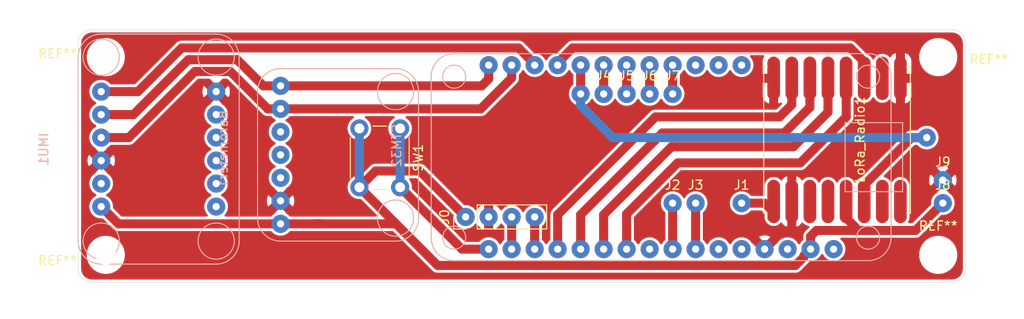
<source format=kicad_pcb>
(kicad_pcb (version 20171130) (host pcbnew 5.1.6)

  (general
    (thickness 1.6)
    (drawings 8)
    (tracks 101)
    (zones 0)
    (modules 19)
    (nets 44)
  )

  (page A4)
  (layers
    (0 F.Cu signal)
    (31 B.Cu signal)
    (32 B.Adhes user)
    (33 F.Adhes user)
    (34 B.Paste user)
    (35 F.Paste user)
    (36 B.SilkS user)
    (37 F.SilkS user)
    (38 B.Mask user)
    (39 F.Mask user)
    (40 Dwgs.User user)
    (41 Cmts.User user)
    (42 Eco1.User user)
    (43 Eco2.User user)
    (44 Edge.Cuts user)
    (45 Margin user)
    (46 B.CrtYd user)
    (47 F.CrtYd user)
    (48 B.Fab user)
    (49 F.Fab user)
  )

  (setup
    (last_trace_width 0.25)
    (trace_clearance 0.2)
    (zone_clearance 0.3)
    (zone_45_only no)
    (trace_min 0.2)
    (via_size 0.8)
    (via_drill 0.4)
    (via_min_size 0.4)
    (via_min_drill 0.3)
    (uvia_size 0.3)
    (uvia_drill 0.1)
    (uvias_allowed no)
    (uvia_min_size 0.2)
    (uvia_min_drill 0.1)
    (edge_width 0.05)
    (segment_width 0.2)
    (pcb_text_width 0.3)
    (pcb_text_size 1.5 1.5)
    (mod_edge_width 0.12)
    (mod_text_size 1 1)
    (mod_text_width 0.15)
    (pad_size 2 2)
    (pad_drill 0.8)
    (pad_to_mask_clearance 0.05)
    (aux_axis_origin 0 0)
    (visible_elements 7FFFFFFF)
    (pcbplotparams
      (layerselection 0x010fc_ffffffff)
      (usegerberextensions false)
      (usegerberattributes true)
      (usegerberadvancedattributes true)
      (creategerberjobfile true)
      (excludeedgelayer true)
      (linewidth 0.100000)
      (plotframeref false)
      (viasonmask false)
      (mode 1)
      (useauxorigin false)
      (hpglpennumber 1)
      (hpglpenspeed 20)
      (hpglpendiameter 15.000000)
      (psnegative false)
      (psa4output false)
      (plotreference true)
      (plotvalue true)
      (plotinvisibletext false)
      (padsonsilk false)
      (subtractmaskfromsilk false)
      (outputformat 1)
      (mirror false)
      (drillshape 1)
      (scaleselection 1)
      (outputdirectory ""))
  )

  (net 0 "")
  (net 1 SDA)
  (net 2 SCL)
  (net 3 GND)
  (net 4 Boot)
  (net 5 CS)
  (net 6 MISO)
  (net 7 RESET)
  (net 8 MOSI)
  (net 9 SCK)
  (net 10 TX)
  (net 11 INT_IMU)
  (net 12 INT_LORA)
  (net 13 RX)
  (net 14 +3V3)
  (net 15 "Net-(J2-Pad1)")
  (net 16 "Net-(Barometer1-Pad5)")
  (net 17 "Net-(Barometer1-Pad4)")
  (net 18 "Net-(Barometer1-Pad3)")
  (net 19 "Net-(IMU1-Pad2)")
  (net 20 "Net-(IMU1-Pad12)")
  (net 21 "Net-(IMU1-Pad11)")
  (net 22 "Net-(IMU1-Pad10)")
  (net 23 "Net-(IMU1-Pad9)")
  (net 24 "Net-(IMU1-Pad8)")
  (net 25 "Net-(J1-Pad1)")
  (net 26 "Net-(J3-Pad1)")
  (net 27 "Net-(J4-Pad1)")
  (net 28 "Net-(J5-Pad1)")
  (net 29 "Net-(J6-Pad1)")
  (net 30 "Net-(J7-Pad1)")
  (net 31 "Net-(LoRa_Radio1-Pad3)")
  (net 32 "Net-(LoRa_Radio1-Pad10)")
  (net 33 "Net-(LoRa_Radio1-Pad7)")
  (net 34 "Net-(LoRa_Radio1-Pad8)")
  (net 35 "Net-(LoRa_Radio1-Pad4)")
  (net 36 "Net-(STM32-Pad1)")
  (net 37 "Net-(STM32-Pad3)")
  (net 38 "Net-(STM32-Pad5)")
  (net 39 "Net-(STM32-Pad6)")
  (net 40 "Net-(STM32-Pad9)")
  (net 41 "Net-(STM32-Pad26)")
  (net 42 "Net-(STM32-Pad27)")
  (net 43 "Net-(STM32-Pad28)")

  (net_class Default "This is the default net class."
    (clearance 0.2)
    (trace_width 0.25)
    (via_dia 0.8)
    (via_drill 0.4)
    (uvia_dia 0.3)
    (uvia_drill 0.1)
    (add_net "Net-(Barometer1-Pad3)")
    (add_net "Net-(Barometer1-Pad4)")
    (add_net "Net-(Barometer1-Pad5)")
    (add_net "Net-(IMU1-Pad10)")
    (add_net "Net-(IMU1-Pad11)")
    (add_net "Net-(IMU1-Pad12)")
    (add_net "Net-(IMU1-Pad2)")
    (add_net "Net-(IMU1-Pad8)")
    (add_net "Net-(IMU1-Pad9)")
    (add_net "Net-(LoRa_Radio1-Pad8)")
    (add_net "Net-(STM32-Pad1)")
    (add_net "Net-(STM32-Pad26)")
    (add_net "Net-(STM32-Pad27)")
    (add_net "Net-(STM32-Pad28)")
    (add_net "Net-(STM32-Pad3)")
    (add_net "Net-(STM32-Pad5)")
    (add_net "Net-(STM32-Pad6)")
    (add_net "Net-(STM32-Pad9)")
  )

  (net_class CHAD ""
    (clearance 0.3)
    (trace_width 1)
    (via_dia 2)
    (via_drill 0.8)
    (uvia_dia 0.3)
    (uvia_drill 0.1)
    (add_net +3V3)
    (add_net Boot)
    (add_net CS)
    (add_net GND)
    (add_net INT_IMU)
    (add_net INT_LORA)
    (add_net MISO)
    (add_net MOSI)
    (add_net "Net-(J1-Pad1)")
    (add_net "Net-(J2-Pad1)")
    (add_net "Net-(J3-Pad1)")
    (add_net "Net-(J4-Pad1)")
    (add_net "Net-(J5-Pad1)")
    (add_net "Net-(J6-Pad1)")
    (add_net "Net-(J7-Pad1)")
    (add_net "Net-(LoRa_Radio1-Pad10)")
    (add_net "Net-(LoRa_Radio1-Pad3)")
    (add_net "Net-(LoRa_Radio1-Pad4)")
    (add_net "Net-(LoRa_Radio1-Pad7)")
    (add_net RESET)
    (add_net RX)
    (add_net SCK)
    (add_net SCL)
    (add_net SDA)
    (add_net TX)
  )

  (module Connector_Wire:SolderWire-0.1sqmm_1x01_D0.4mm_OD1mm (layer F.Cu) (tedit 5EB70B42) (tstamp 5F64264D)
    (at 129.54 106.045)
    (descr "Soldered wire connection, for a single 0.1 mm² wire, basic insulation, conductor diameter 0.4mm, outer diameter 1mm, size source Multi-Contact FLEXI-E 0.1 (https://ec.staubli.com/AcroFiles/Catalogues/TM_Cab-Main-11014119_(en)_hi.pdf), bend radius 3 times outer diameter, generated with kicad-footprint-generator")
    (tags "connector wire 0.1sqmm")
    (path /5F649BF1)
    (attr virtual)
    (fp_text reference J8 (at 0 -2) (layer F.SilkS)
      (effects (font (size 1 1) (thickness 0.15)))
    )
    (fp_text value 3V3_IN (at 5.08 0.635) (layer F.Fab)
      (effects (font (size 1 1) (thickness 0.15)))
    )
    (fp_text user %R (at 0 0) (layer F.Fab)
      (effects (font (size 0.25 0.25) (thickness 0.04)))
    )
    (fp_circle (center 0 0) (end 0.5 0) (layer F.Fab) (width 0.1))
    (fp_line (start -1.3 -1.3) (end -1.3 1.3) (layer F.CrtYd) (width 0.05))
    (fp_line (start -1.3 1.3) (end 1.3 1.3) (layer F.CrtYd) (width 0.05))
    (fp_line (start 1.3 1.3) (end 1.3 -1.3) (layer F.CrtYd) (width 0.05))
    (fp_line (start 1.3 -1.3) (end -1.3 -1.3) (layer F.CrtYd) (width 0.05))
    (pad 1 thru_hole circle (at 0 0) (size 2 2) (drill 0.8) (layers *.Cu *.Mask)
      (net 14 +3V3) (clearance 0.3))
    (model ${KISYS3DMOD}/Connector_Wire.3dshapes/SolderWire-0.1sqmm_1x01_D0.4mm_OD1mm.wrl
      (at (xyz 0 0 0))
      (scale (xyz 1 1 1))
      (rotate (xyz 0 0 0))
    )
  )

  (module Connector_Wire:SolderWire-0.1sqmm_1x01_D0.4mm_OD1mm (layer F.Cu) (tedit 5EB70B42) (tstamp 5F643078)
    (at 129.54 103.505)
    (descr "Soldered wire connection, for a single 0.1 mm² wire, basic insulation, conductor diameter 0.4mm, outer diameter 1mm, size source Multi-Contact FLEXI-E 0.1 (https://ec.staubli.com/AcroFiles/Catalogues/TM_Cab-Main-11014119_(en)_hi.pdf), bend radius 3 times outer diameter, generated with kicad-footprint-generator")
    (tags "connector wire 0.1sqmm")
    (path /5F646CDC)
    (attr virtual)
    (fp_text reference J9 (at 0 -2) (layer F.SilkS)
      (effects (font (size 1 1) (thickness 0.15)))
    )
    (fp_text value GND_IN (at 5.08 0) (layer F.Fab)
      (effects (font (size 1 1) (thickness 0.15)))
    )
    (fp_text user %R (at 0 0) (layer F.Fab)
      (effects (font (size 0.25 0.25) (thickness 0.04)))
    )
    (fp_circle (center 0 0) (end 0.5 0) (layer F.Fab) (width 0.1))
    (fp_line (start -1.3 -1.3) (end -1.3 1.3) (layer F.CrtYd) (width 0.05))
    (fp_line (start -1.3 1.3) (end 1.3 1.3) (layer F.CrtYd) (width 0.05))
    (fp_line (start 1.3 1.3) (end 1.3 -1.3) (layer F.CrtYd) (width 0.05))
    (fp_line (start 1.3 -1.3) (end -1.3 -1.3) (layer F.CrtYd) (width 0.05))
    (pad 1 thru_hole circle (at 0 0) (size 2 2) (drill 0.8) (layers *.Cu *.Mask)
      (net 3 GND) (clearance 0.3))
    (model ${KISYS3DMOD}/Connector_Wire.3dshapes/SolderWire-0.1sqmm_1x01_D0.4mm_OD1mm.wrl
      (at (xyz 0 0 0))
      (scale (xyz 1 1 1))
      (rotate (xyz 0 0 0))
    )
  )

  (module Connector_Wire:SolderWire-0.1sqmm_1x01_D0.4mm_OD1mm (layer F.Cu) (tedit 5EB70B42) (tstamp 5F63FA1B)
    (at 99.695 93.98)
    (descr "Soldered wire connection, for a single 0.1 mm² wire, basic insulation, conductor diameter 0.4mm, outer diameter 1mm, size source Multi-Contact FLEXI-E 0.1 (https://ec.staubli.com/AcroFiles/Catalogues/TM_Cab-Main-11014119_(en)_hi.pdf), bend radius 3 times outer diameter, generated with kicad-footprint-generator")
    (tags "connector wire 0.1sqmm")
    (path /5F65E280)
    (attr virtual)
    (fp_text reference J7 (at 0 -2) (layer F.SilkS)
      (effects (font (size 1 1) (thickness 0.15)))
    )
    (fp_text value IGN_4 (at 0 2) (layer F.Fab)
      (effects (font (size 1 1) (thickness 0.15)))
    )
    (fp_circle (center 0 0) (end 0.5 0) (layer F.Fab) (width 0.1))
    (fp_line (start -1.3 -1.3) (end -1.3 1.3) (layer F.CrtYd) (width 0.05))
    (fp_line (start -1.3 1.3) (end 1.3 1.3) (layer F.CrtYd) (width 0.05))
    (fp_line (start 1.3 1.3) (end 1.3 -1.3) (layer F.CrtYd) (width 0.05))
    (fp_line (start 1.3 -1.3) (end -1.3 -1.3) (layer F.CrtYd) (width 0.05))
    (fp_text user %R (at 0 0) (layer F.Fab)
      (effects (font (size 0.25 0.25) (thickness 0.04)))
    )
    (pad 1 thru_hole circle (at 0 0) (size 2 2) (drill 0.8) (layers *.Cu *.Mask)
      (net 30 "Net-(J7-Pad1)") (clearance 0.3))
    (model ${KISYS3DMOD}/Connector_Wire.3dshapes/SolderWire-0.1sqmm_1x01_D0.4mm_OD1mm.wrl
      (at (xyz 0 0 0))
      (scale (xyz 1 1 1))
      (rotate (xyz 0 0 0))
    )
  )

  (module Connector_Wire:SolderWire-0.1sqmm_1x01_D0.4mm_OD1mm (layer F.Cu) (tedit 5EB70B42) (tstamp 5F63FA10)
    (at 97.155 93.98)
    (descr "Soldered wire connection, for a single 0.1 mm² wire, basic insulation, conductor diameter 0.4mm, outer diameter 1mm, size source Multi-Contact FLEXI-E 0.1 (https://ec.staubli.com/AcroFiles/Catalogues/TM_Cab-Main-11014119_(en)_hi.pdf), bend radius 3 times outer diameter, generated with kicad-footprint-generator")
    (tags "connector wire 0.1sqmm")
    (path /5F65DEA0)
    (attr virtual)
    (fp_text reference J6 (at 0 -2) (layer F.SilkS)
      (effects (font (size 1 1) (thickness 0.15)))
    )
    (fp_text value IGN_3 (at 0 2) (layer F.Fab)
      (effects (font (size 1 1) (thickness 0.15)))
    )
    (fp_circle (center 0 0) (end 0.5 0) (layer F.Fab) (width 0.1))
    (fp_line (start -1.3 -1.3) (end -1.3 1.3) (layer F.CrtYd) (width 0.05))
    (fp_line (start -1.3 1.3) (end 1.3 1.3) (layer F.CrtYd) (width 0.05))
    (fp_line (start 1.3 1.3) (end 1.3 -1.3) (layer F.CrtYd) (width 0.05))
    (fp_line (start 1.3 -1.3) (end -1.3 -1.3) (layer F.CrtYd) (width 0.05))
    (fp_text user %R (at 0 0) (layer F.Fab)
      (effects (font (size 0.25 0.25) (thickness 0.04)))
    )
    (pad 1 thru_hole circle (at 0 0) (size 2 2) (drill 0.8) (layers *.Cu *.Mask)
      (net 29 "Net-(J6-Pad1)") (clearance 0.3))
    (model ${KISYS3DMOD}/Connector_Wire.3dshapes/SolderWire-0.1sqmm_1x01_D0.4mm_OD1mm.wrl
      (at (xyz 0 0 0))
      (scale (xyz 1 1 1))
      (rotate (xyz 0 0 0))
    )
  )

  (module Connector_Wire:SolderWire-0.1sqmm_1x01_D0.4mm_OD1mm (layer F.Cu) (tedit 5EB70B42) (tstamp 5F63FA05)
    (at 94.615 93.98)
    (descr "Soldered wire connection, for a single 0.1 mm² wire, basic insulation, conductor diameter 0.4mm, outer diameter 1mm, size source Multi-Contact FLEXI-E 0.1 (https://ec.staubli.com/AcroFiles/Catalogues/TM_Cab-Main-11014119_(en)_hi.pdf), bend radius 3 times outer diameter, generated with kicad-footprint-generator")
    (tags "connector wire 0.1sqmm")
    (path /5F65D9FC)
    (attr virtual)
    (fp_text reference J5 (at 0 -2) (layer F.SilkS)
      (effects (font (size 1 1) (thickness 0.15)))
    )
    (fp_text value IGN_2 (at 0 2) (layer F.Fab)
      (effects (font (size 1 1) (thickness 0.15)))
    )
    (fp_circle (center 0 0) (end 0.5 0) (layer F.Fab) (width 0.1))
    (fp_line (start -1.3 -1.3) (end -1.3 1.3) (layer F.CrtYd) (width 0.05))
    (fp_line (start -1.3 1.3) (end 1.3 1.3) (layer F.CrtYd) (width 0.05))
    (fp_line (start 1.3 1.3) (end 1.3 -1.3) (layer F.CrtYd) (width 0.05))
    (fp_line (start 1.3 -1.3) (end -1.3 -1.3) (layer F.CrtYd) (width 0.05))
    (fp_text user %R (at 0 0) (layer F.Fab)
      (effects (font (size 0.25 0.25) (thickness 0.04)))
    )
    (pad 1 thru_hole circle (at 0 0) (size 2 2) (drill 0.8) (layers *.Cu *.Mask)
      (net 28 "Net-(J5-Pad1)") (clearance 0.3))
    (model ${KISYS3DMOD}/Connector_Wire.3dshapes/SolderWire-0.1sqmm_1x01_D0.4mm_OD1mm.wrl
      (at (xyz 0 0 0))
      (scale (xyz 1 1 1))
      (rotate (xyz 0 0 0))
    )
  )

  (module Connector_Wire:SolderWire-0.1sqmm_1x01_D0.4mm_OD1mm (layer F.Cu) (tedit 5EB70B42) (tstamp 5F63F9FA)
    (at 92.075 93.98)
    (descr "Soldered wire connection, for a single 0.1 mm² wire, basic insulation, conductor diameter 0.4mm, outer diameter 1mm, size source Multi-Contact FLEXI-E 0.1 (https://ec.staubli.com/AcroFiles/Catalogues/TM_Cab-Main-11014119_(en)_hi.pdf), bend radius 3 times outer diameter, generated with kicad-footprint-generator")
    (tags "connector wire 0.1sqmm")
    (path /5F65C68E)
    (attr virtual)
    (fp_text reference J4 (at 0 -2) (layer F.SilkS)
      (effects (font (size 1 1) (thickness 0.15)))
    )
    (fp_text value IGN_1 (at 0 2) (layer F.Fab)
      (effects (font (size 1 1) (thickness 0.15)))
    )
    (fp_circle (center 0 0) (end 0.5 0) (layer F.Fab) (width 0.1))
    (fp_line (start -1.3 -1.3) (end -1.3 1.3) (layer F.CrtYd) (width 0.05))
    (fp_line (start -1.3 1.3) (end 1.3 1.3) (layer F.CrtYd) (width 0.05))
    (fp_line (start 1.3 1.3) (end 1.3 -1.3) (layer F.CrtYd) (width 0.05))
    (fp_line (start 1.3 -1.3) (end -1.3 -1.3) (layer F.CrtYd) (width 0.05))
    (fp_text user %R (at 0 0) (layer F.Fab)
      (effects (font (size 0.25 0.25) (thickness 0.04)))
    )
    (pad 1 thru_hole circle (at 0 0) (size 2 2) (drill 0.8) (layers *.Cu *.Mask)
      (net 27 "Net-(J4-Pad1)") (clearance 0.3))
    (model ${KISYS3DMOD}/Connector_Wire.3dshapes/SolderWire-0.1sqmm_1x01_D0.4mm_OD1mm.wrl
      (at (xyz 0 0 0))
      (scale (xyz 1 1 1))
      (rotate (xyz 0 0 0))
    )
  )

  (module Connector_Wire:SolderWire-0.1sqmm_1x01_D0.4mm_OD1mm (layer F.Cu) (tedit 5EB70B42) (tstamp 5F63F9EF)
    (at 102.235 106.045)
    (descr "Soldered wire connection, for a single 0.1 mm² wire, basic insulation, conductor diameter 0.4mm, outer diameter 1mm, size source Multi-Contact FLEXI-E 0.1 (https://ec.staubli.com/AcroFiles/Catalogues/TM_Cab-Main-11014119_(en)_hi.pdf), bend radius 3 times outer diameter, generated with kicad-footprint-generator")
    (tags "connector wire 0.1sqmm")
    (path /5F65726D)
    (attr virtual)
    (fp_text reference J3 (at 0 -2) (layer F.SilkS)
      (effects (font (size 1 1) (thickness 0.15)))
    )
    (fp_text value SER_2 (at 0 2) (layer F.Fab)
      (effects (font (size 1 1) (thickness 0.15)))
    )
    (fp_circle (center 0 0) (end 0.5 0) (layer F.Fab) (width 0.1))
    (fp_line (start -1.3 -1.3) (end -1.3 1.3) (layer F.CrtYd) (width 0.05))
    (fp_line (start -1.3 1.3) (end 1.3 1.3) (layer F.CrtYd) (width 0.05))
    (fp_line (start 1.3 1.3) (end 1.3 -1.3) (layer F.CrtYd) (width 0.05))
    (fp_line (start 1.3 -1.3) (end -1.3 -1.3) (layer F.CrtYd) (width 0.05))
    (fp_text user %R (at 0 0) (layer F.Fab)
      (effects (font (size 0.25 0.25) (thickness 0.04)))
    )
    (pad 1 thru_hole circle (at 0 0) (size 2 2) (drill 0.8) (layers *.Cu *.Mask)
      (net 26 "Net-(J3-Pad1)") (clearance 0.3))
    (model ${KISYS3DMOD}/Connector_Wire.3dshapes/SolderWire-0.1sqmm_1x01_D0.4mm_OD1mm.wrl
      (at (xyz 0 0 0))
      (scale (xyz 1 1 1))
      (rotate (xyz 0 0 0))
    )
  )

  (module Connector_Wire:SolderWire-0.1sqmm_1x01_D0.4mm_OD1mm (layer F.Cu) (tedit 5EB70B42) (tstamp 5F63F9E4)
    (at 99.695 106.045)
    (descr "Soldered wire connection, for a single 0.1 mm² wire, basic insulation, conductor diameter 0.4mm, outer diameter 1mm, size source Multi-Contact FLEXI-E 0.1 (https://ec.staubli.com/AcroFiles/Catalogues/TM_Cab-Main-11014119_(en)_hi.pdf), bend radius 3 times outer diameter, generated with kicad-footprint-generator")
    (tags "connector wire 0.1sqmm")
    (path /5F658B0B)
    (attr virtual)
    (fp_text reference J2 (at 0 -2) (layer F.SilkS)
      (effects (font (size 1 1) (thickness 0.15)))
    )
    (fp_text value SER_1 (at 0 2) (layer F.Fab)
      (effects (font (size 1 1) (thickness 0.15)))
    )
    (fp_circle (center 0 0) (end 0.5 0) (layer F.Fab) (width 0.1))
    (fp_line (start -1.3 -1.3) (end -1.3 1.3) (layer F.CrtYd) (width 0.05))
    (fp_line (start -1.3 1.3) (end 1.3 1.3) (layer F.CrtYd) (width 0.05))
    (fp_line (start 1.3 1.3) (end 1.3 -1.3) (layer F.CrtYd) (width 0.05))
    (fp_line (start 1.3 -1.3) (end -1.3 -1.3) (layer F.CrtYd) (width 0.05))
    (fp_text user %R (at 0 0) (layer F.Fab)
      (effects (font (size 0.25 0.25) (thickness 0.04)))
    )
    (pad 1 thru_hole circle (at 0 0) (size 2 2) (drill 0.8) (layers *.Cu *.Mask)
      (net 15 "Net-(J2-Pad1)") (clearance 0.3))
    (model ${KISYS3DMOD}/Connector_Wire.3dshapes/SolderWire-0.1sqmm_1x01_D0.4mm_OD1mm.wrl
      (at (xyz 0 0 0))
      (scale (xyz 1 1 1))
      (rotate (xyz 0 0 0))
    )
  )

  (module Connector_Wire:SolderWire-0.1sqmm_1x01_D0.4mm_OD1mm (layer F.Cu) (tedit 5F635CF3) (tstamp 5F640176)
    (at 107.315 106.045)
    (descr "Soldered wire connection, for a single 0.1 mm² wire, basic insulation, conductor diameter 0.4mm, outer diameter 1mm, size source Multi-Contact FLEXI-E 0.1 (https://ec.staubli.com/AcroFiles/Catalogues/TM_Cab-Main-11014119_(en)_hi.pdf), bend radius 3 times outer diameter, generated with kicad-footprint-generator")
    (tags "connector wire 0.1sqmm")
    (path /5F636A13)
    (attr virtual)
    (fp_text reference J1 (at 0 -2) (layer F.SilkS)
      (effects (font (size 1 1) (thickness 0.15)))
    )
    (fp_text value ANT (at 0 2) (layer F.Fab)
      (effects (font (size 1 1) (thickness 0.15)))
    )
    (fp_line (start 1.3 -1.3) (end -1.3 -1.3) (layer F.CrtYd) (width 0.05))
    (fp_line (start 1.3 1.3) (end 1.3 -1.3) (layer F.CrtYd) (width 0.05))
    (fp_line (start -1.3 1.3) (end 1.3 1.3) (layer F.CrtYd) (width 0.05))
    (fp_line (start -1.3 -1.3) (end -1.3 1.3) (layer F.CrtYd) (width 0.05))
    (fp_circle (center 0 0) (end 0.5 0) (layer F.Fab) (width 0.1))
    (fp_text user %R (at 0 0) (layer F.Fab)
      (effects (font (size 0.25 0.25) (thickness 0.04)))
    )
    (pad 1 thru_hole circle (at 0 0) (size 2 2) (drill 0.8) (layers *.Cu *.Mask)
      (net 25 "Net-(J1-Pad1)") (clearance 0.3))
    (model ${KISYS3DMOD}/Connector_Wire.3dshapes/SolderWire-0.1sqmm_1x01_D0.4mm_OD1mm.wrl
      (at (xyz 0 0 0))
      (scale (xyz 1 1 1))
      (rotate (xyz 0 0 0))
    )
  )

  (module avionics:Adafruit_Feather_STM32F405 (layer B.Cu) (tedit 5F62EBC8) (tstamp 5F62F489)
    (at 69.215 100.965 90)
    (path /5F62EEAA)
    (fp_text reference STM32 (at 1.27 0 -90) (layer B.SilkS)
      (effects (font (size 1 1) (thickness 0.15)) (justify mirror))
    )
    (fp_text value Adafruit_Feather_STM32F405 (at 1.27 1.77 -90) (layer B.Fab)
      (effects (font (size 1 1) (thickness 0.15)) (justify mirror))
    )
    (fp_line (start -3.81 49.53) (end -3.81 55.88) (layer B.SilkS) (width 0.12))
    (fp_line (start 3.81 49.53) (end -3.81 49.53) (layer B.SilkS) (width 0.12))
    (fp_line (start 3.81 55.88) (end 3.81 49.53) (layer B.SilkS) (width 0.12))
    (fp_line (start -3.81 55.88) (end 3.81 55.88) (layer B.SilkS) (width 0.12))
    (fp_circle (center 8.89 6.35) (end 8.89 5.08) (layer B.SilkS) (width 0.12))
    (fp_circle (center 8.89 52.07) (end 8.89 50.8) (layer B.SilkS) (width 0.12))
    (fp_circle (center -8.89 52.07) (end -8.89 50.8) (layer B.SilkS) (width 0.12))
    (fp_circle (center -8.89 6.35) (end -8.89 5.08) (layer B.SilkS) (width 0.12))
    (fp_line (start 11.43 6.35) (end 11.43 52.07) (layer B.SilkS) (width 0.12))
    (fp_line (start 8.89 54.61) (end -8.89 54.61) (layer B.SilkS) (width 0.12))
    (fp_line (start -11.43 52.07) (end -11.43 6.35) (layer B.SilkS) (width 0.12))
    (fp_line (start -8.89 3.81) (end 8.89 3.81) (layer B.SilkS) (width 0.12))
    (fp_arc (start -8.89 52.07) (end -8.89 54.61) (angle 90) (layer B.SilkS) (width 0.12))
    (fp_arc (start 8.89 52.07) (end 11.43 52.07) (angle 90) (layer B.SilkS) (width 0.12))
    (fp_arc (start -8.89 6.35) (end -11.43 6.35) (angle 90) (layer B.SilkS) (width 0.12))
    (fp_arc (start 8.89 6.35) (end 8.89 3.81) (angle 90) (layer B.SilkS) (width 0.12))
    (pad 1 thru_hole circle (at -10.16 48.26 90) (size 2 2) (drill 0.8) (layers *.Cu *.Mask)
      (net 36 "Net-(STM32-Pad1)") (clearance 0.3))
    (pad 2 thru_hole circle (at -10.16 45.72 90) (size 2 2) (drill 0.8) (layers *.Cu *.Mask)
      (net 14 +3V3) (clearance 0.3))
    (pad 3 thru_hole circle (at -10.16 43.18 90) (size 2 2) (drill 0.8) (layers *.Cu *.Mask)
      (net 37 "Net-(STM32-Pad3)") (clearance 0.3))
    (pad 4 thru_hole circle (at -10.16 40.64 90) (size 2 2) (drill 0.8) (layers *.Cu *.Mask)
      (net 3 GND) (clearance 0.3))
    (pad 5 thru_hole circle (at -10.16 38.1 90) (size 2 2) (drill 0.8) (layers *.Cu *.Mask)
      (net 38 "Net-(STM32-Pad5)") (clearance 0.3))
    (pad 6 thru_hole circle (at -10.16 35.56 90) (size 2 2) (drill 0.8) (layers *.Cu *.Mask)
      (net 39 "Net-(STM32-Pad6)") (clearance 0.3))
    (pad 7 thru_hole circle (at -10.16 33.02 90) (size 2 2) (drill 0.8) (layers *.Cu *.Mask)
      (net 26 "Net-(J3-Pad1)") (clearance 0.3))
    (pad 8 thru_hole circle (at -10.16 30.48 90) (size 2 2) (drill 0.8) (layers *.Cu *.Mask)
      (net 15 "Net-(J2-Pad1)") (clearance 0.3))
    (pad 9 thru_hole circle (at -10.16 27.94 90) (size 2 2) (drill 0.8) (layers *.Cu *.Mask)
      (net 40 "Net-(STM32-Pad9)") (clearance 0.3))
    (pad 10 thru_hole circle (at -10.16 25.4 90) (size 2 2) (drill 0.8) (layers *.Cu *.Mask)
      (net 5 CS) (clearance 0.3))
    (pad 11 thru_hole circle (at -10.16 22.86 90) (size 2 2) (drill 0.8) (layers *.Cu *.Mask)
      (net 9 SCK) (clearance 0.3))
    (pad 12 thru_hole circle (at -10.16 20.32 90) (size 2 2) (drill 0.8) (layers *.Cu *.Mask)
      (net 8 MOSI) (clearance 0.3))
    (pad 13 thru_hole circle (at -10.16 17.78 90) (size 2 2) (drill 0.8) (layers *.Cu *.Mask)
      (net 6 MISO) (clearance 0.3))
    (pad 14 thru_hole circle (at -10.16 15.24 90) (size 2 2) (drill 0.8) (layers *.Cu *.Mask)
      (net 13 RX) (clearance 0.3))
    (pad 15 thru_hole circle (at -10.16 12.7 90) (size 2 2) (drill 0.8) (layers *.Cu *.Mask)
      (net 10 TX) (clearance 0.3))
    (pad 16 thru_hole circle (at -10.16 10.16 90) (size 2 2) (drill 0.8) (layers *.Cu *.Mask)
      (net 4 Boot) (clearance 0.3))
    (pad 17 thru_hole circle (at 10.16 10.16 90) (size 2 2) (drill 0.8) (layers *.Cu *.Mask)
      (net 1 SDA) (clearance 0.3))
    (pad 18 thru_hole circle (at 10.16 12.7 90) (size 2 2) (drill 0.8) (layers *.Cu *.Mask)
      (net 2 SCL) (clearance 0.3))
    (pad 19 thru_hole circle (at 10.16 15.24 90) (size 2 2) (drill 0.8) (layers *.Cu *.Mask)
      (net 11 INT_IMU) (clearance 0.3))
    (pad 20 thru_hole circle (at 10.16 17.78 90) (size 2 2) (drill 0.8) (layers *.Cu *.Mask)
      (net 7 RESET) (clearance 0.3))
    (pad 21 thru_hole circle (at 10.16 20.32 90) (size 2 2) (drill 0.8) (layers *.Cu *.Mask)
      (net 12 INT_LORA) (clearance 0.3))
    (pad 22 thru_hole circle (at 10.16 22.86 90) (size 2 2) (drill 0.8) (layers *.Cu *.Mask)
      (net 27 "Net-(J4-Pad1)") (clearance 0.3))
    (pad 23 thru_hole circle (at 10.16 25.4 90) (size 2 2) (drill 0.8) (layers *.Cu *.Mask)
      (net 28 "Net-(J5-Pad1)") (clearance 0.3))
    (pad 24 thru_hole circle (at 10.16 27.94 90) (size 2 2) (drill 0.8) (layers *.Cu *.Mask)
      (net 29 "Net-(J6-Pad1)") (clearance 0.3))
    (pad 25 thru_hole circle (at 10.16 30.48 90) (size 2 2) (drill 0.8) (layers *.Cu *.Mask)
      (net 30 "Net-(J7-Pad1)") (clearance 0.3))
    (pad 26 thru_hole circle (at 10.16 33.02 90) (size 2 2) (drill 0.8) (layers *.Cu *.Mask)
      (net 41 "Net-(STM32-Pad26)") (clearance 0.3))
    (pad 27 thru_hole circle (at 10.16 35.56 90) (size 2 2) (drill 0.8) (layers *.Cu *.Mask)
      (net 42 "Net-(STM32-Pad27)") (clearance 0.3))
    (pad 28 thru_hole circle (at 10.16 38.1 90) (size 2 2) (drill 0.8) (layers *.Cu *.Mask)
      (net 43 "Net-(STM32-Pad28)") (clearance 0.3))
  )

  (module MountingHole:MountingHole_2.2mm_M2 (layer F.Cu) (tedit 5F6350CA) (tstamp 5F63D623)
    (at 129.032 111.76)
    (descr "Mounting Hole 2.2mm, no annular, M2")
    (tags "mounting hole 2.2mm no annular m2")
    (attr virtual)
    (fp_text reference REF** (at 0 -3.2) (layer F.SilkS)
      (effects (font (size 1 1) (thickness 0.15)))
    )
    (fp_text value MountingHole_2.2mm_M2 (at -0.127 5.08) (layer F.Fab)
      (effects (font (size 1 1) (thickness 0.15)))
    )
    (fp_circle (center 0 0) (end 2.45 0) (layer F.CrtYd) (width 0.05))
    (fp_circle (center 0 0) (end 2.2 0) (layer Cmts.User) (width 0.15))
    (fp_text user %R (at 5.588 0) (layer F.Fab)
      (effects (font (size 1 1) (thickness 0.15)))
    )
    (pad "" np_thru_hole circle (at 0 0) (size 2.2 2.2) (drill 2.2) (layers *.Cu *.Mask)
      (clearance 1) (zone_connect 0))
  )

  (module MountingHole:MountingHole_2.2mm_M2 (layer F.Cu) (tedit 5F6350C2) (tstamp 5F63D606)
    (at 129.032 89.916)
    (descr "Mounting Hole 2.2mm, no annular, M2")
    (tags "mounting hole 2.2mm no annular m2")
    (attr virtual)
    (fp_text reference REF** (at 5.588 0.254) (layer F.SilkS)
      (effects (font (size 1 1) (thickness 0.15)))
    )
    (fp_text value MountingHole_2.2mm_M2 (at 0 -5.461) (layer F.Fab)
      (effects (font (size 1 1) (thickness 0.15)))
    )
    (fp_circle (center 0 0) (end 2.45 0) (layer F.CrtYd) (width 0.05))
    (fp_circle (center 0 0) (end 2.2 0) (layer Cmts.User) (width 0.15))
    (fp_text user %R (at 0.3 0) (layer F.Fab)
      (effects (font (size 1 1) (thickness 0.15)))
    )
    (pad "" np_thru_hole circle (at 0 0) (size 2.2 2.2) (drill 2.2) (layers *.Cu *.Mask)
      (clearance 1) (zone_connect 0))
  )

  (module MountingHole:MountingHole_2.2mm_M2 (layer F.Cu) (tedit 5F6352F3) (tstamp 5F63D4AD)
    (at 37.084 89.916)
    (descr "Mounting Hole 2.2mm, no annular, M2")
    (tags "mounting hole 2.2mm no annular m2")
    (attr virtual)
    (fp_text reference REF** (at -5.334 -0.381) (layer F.SilkS)
      (effects (font (size 1 1) (thickness 0.15)))
    )
    (fp_text value MountingHole_2.2mm_M2 (at 0 -5.461) (layer F.Fab)
      (effects (font (size 1 1) (thickness 0.15)))
    )
    (fp_circle (center 0 0) (end 2.45 0) (layer F.CrtYd) (width 0.05))
    (fp_circle (center 0 0) (end 2.2 0) (layer Cmts.User) (width 0.15))
    (fp_text user %R (at 0.3 0) (layer F.Fab)
      (effects (font (size 1 1) (thickness 0.15)))
    )
    (pad "" np_thru_hole circle (at 0 0) (size 2.2 2.2) (drill 2.2) (layers *.Cu *.Mask)
      (clearance 1) (zone_connect 0))
  )

  (module MountingHole:MountingHole_2.2mm_M2 (layer F.Cu) (tedit 5F634FB6) (tstamp 5F63D489)
    (at 37.084 111.76)
    (descr "Mounting Hole 2.2mm, no annular, M2")
    (tags "mounting hole 2.2mm no annular m2")
    (attr virtual)
    (fp_text reference REF** (at -5.334 0.635) (layer F.SilkS)
      (effects (font (size 1 1) (thickness 0.15)))
    )
    (fp_text value MountingHole_2.2mm_M2 (at 0.381 4.445) (layer F.Fab)
      (effects (font (size 1 1) (thickness 0.15)))
    )
    (fp_circle (center 0 0) (end 2.45 0) (layer F.CrtYd) (width 0.05))
    (fp_circle (center 0 0) (end 2.2 0) (layer Cmts.User) (width 0.15))
    (pad "" np_thru_hole circle (at 0 0) (size 2.2 2.2) (drill 2.2) (layers *.Mask F.Cu)
      (clearance 1) (zone_connect 0))
  )

  (module Connector_PinHeader_2.54mm:PinHeader_1x04_P2.54mm_Vertical (layer F.Cu) (tedit 5F6347B4) (tstamp 5F636B86)
    (at 76.835 107.569 90)
    (descr "Through hole straight pin header, 1x04, 2.54mm pitch, single row")
    (tags "Through hole pin header THT 1x04 2.54mm single row")
    (path /5F64C92F)
    (fp_text reference J0 (at 0 -2.33 90) (layer F.SilkS)
      (effects (font (size 1 1) (thickness 0.15)))
    )
    (fp_text value GPS (at 0 9.95 90) (layer F.Fab)
      (effects (font (size 1 1) (thickness 0.15)))
    )
    (fp_line (start 1.8 -1.8) (end -1.8 -1.8) (layer F.CrtYd) (width 0.05))
    (fp_line (start 1.8 9.4) (end 1.8 -1.8) (layer F.CrtYd) (width 0.05))
    (fp_line (start -1.8 9.4) (end 1.8 9.4) (layer F.CrtYd) (width 0.05))
    (fp_line (start -1.8 -1.8) (end -1.8 9.4) (layer F.CrtYd) (width 0.05))
    (fp_line (start -1.33 -1.33) (end 0 -1.33) (layer F.SilkS) (width 0.12))
    (fp_line (start -1.33 0) (end -1.33 -1.33) (layer F.SilkS) (width 0.12))
    (fp_line (start -1.33 1.27) (end 1.33 1.27) (layer F.SilkS) (width 0.12))
    (fp_line (start 1.33 1.27) (end 1.33 8.95) (layer F.SilkS) (width 0.12))
    (fp_line (start -1.33 1.27) (end -1.33 8.95) (layer F.SilkS) (width 0.12))
    (fp_line (start -1.33 8.95) (end 1.33 8.95) (layer F.SilkS) (width 0.12))
    (fp_line (start -1.27 -0.635) (end -0.635 -1.27) (layer F.Fab) (width 0.1))
    (fp_line (start -1.27 8.89) (end -1.27 -0.635) (layer F.Fab) (width 0.1))
    (fp_line (start 1.27 8.89) (end -1.27 8.89) (layer F.Fab) (width 0.1))
    (fp_line (start 1.27 -1.27) (end 1.27 8.89) (layer F.Fab) (width 0.1))
    (fp_line (start -0.635 -1.27) (end 1.27 -1.27) (layer F.Fab) (width 0.1))
    (fp_text user %R (at 0 3.81 180) (layer F.Fab)
      (effects (font (size 1 1) (thickness 0.15)))
    )
    (pad 4 thru_hole oval (at 0 7.62 90) (size 2 2) (drill 0.8) (layers *.Cu *.Mask)
      (net 13 RX))
    (pad 3 thru_hole oval (at 0 5.08 90) (size 2 2) (drill 0.8) (layers *.Cu *.Mask)
      (net 10 TX))
    (pad 2 thru_hole oval (at 0 2.54 90) (size 2 2) (drill 0.8) (layers *.Cu *.Mask)
      (net 3 GND))
    (pad 1 thru_hole oval (at 0 0 90) (size 2 2) (drill 0.8) (layers *.Cu *.Mask)
      (net 14 +3V3))
    (model ${KISYS3DMOD}/Connector_PinHeader_2.54mm.3dshapes/PinHeader_1x04_P2.54mm_Vertical.wrl
      (at (xyz 0 0 0))
      (scale (xyz 1 1 1))
      (rotate (xyz 0 0 0))
    )
  )

  (module Button_Switch_THT:SW_PUSH_6mm (layer F.Cu) (tedit 5A02FE31) (tstamp 5F636456)
    (at 69.596 97.79 270)
    (descr https://www.omron.com/ecb/products/pdf/en-b3f.pdf)
    (tags "tact sw push 6mm")
    (path /5F65522E)
    (fp_text reference SW1 (at 3.25 -2 90) (layer F.SilkS)
      (effects (font (size 1 1) (thickness 0.15)))
    )
    (fp_text value SW_Push (at 3.75 6.7 90) (layer F.Fab)
      (effects (font (size 1 1) (thickness 0.15)))
    )
    (fp_line (start 3.25 -0.75) (end 6.25 -0.75) (layer F.Fab) (width 0.1))
    (fp_line (start 6.25 -0.75) (end 6.25 5.25) (layer F.Fab) (width 0.1))
    (fp_line (start 6.25 5.25) (end 0.25 5.25) (layer F.Fab) (width 0.1))
    (fp_line (start 0.25 5.25) (end 0.25 -0.75) (layer F.Fab) (width 0.1))
    (fp_line (start 0.25 -0.75) (end 3.25 -0.75) (layer F.Fab) (width 0.1))
    (fp_line (start 7.75 6) (end 8 6) (layer F.CrtYd) (width 0.05))
    (fp_line (start 8 6) (end 8 5.75) (layer F.CrtYd) (width 0.05))
    (fp_line (start 7.75 -1.5) (end 8 -1.5) (layer F.CrtYd) (width 0.05))
    (fp_line (start 8 -1.5) (end 8 -1.25) (layer F.CrtYd) (width 0.05))
    (fp_line (start -1.5 -1.25) (end -1.5 -1.5) (layer F.CrtYd) (width 0.05))
    (fp_line (start -1.5 -1.5) (end -1.25 -1.5) (layer F.CrtYd) (width 0.05))
    (fp_line (start -1.5 5.75) (end -1.5 6) (layer F.CrtYd) (width 0.05))
    (fp_line (start -1.5 6) (end -1.25 6) (layer F.CrtYd) (width 0.05))
    (fp_line (start -1.25 -1.5) (end 7.75 -1.5) (layer F.CrtYd) (width 0.05))
    (fp_line (start -1.5 5.75) (end -1.5 -1.25) (layer F.CrtYd) (width 0.05))
    (fp_line (start 7.75 6) (end -1.25 6) (layer F.CrtYd) (width 0.05))
    (fp_line (start 8 -1.25) (end 8 5.75) (layer F.CrtYd) (width 0.05))
    (fp_line (start 1 5.5) (end 5.5 5.5) (layer F.SilkS) (width 0.12))
    (fp_line (start -0.25 1.5) (end -0.25 3) (layer F.SilkS) (width 0.12))
    (fp_line (start 5.5 -1) (end 1 -1) (layer F.SilkS) (width 0.12))
    (fp_line (start 6.75 3) (end 6.75 1.5) (layer F.SilkS) (width 0.12))
    (fp_circle (center 3.25 2.25) (end 1.25 2.5) (layer F.Fab) (width 0.1))
    (fp_text user %R (at 3.175 2.25 90) (layer F.Fab)
      (effects (font (size 1 1) (thickness 0.15)))
    )
    (pad 1 thru_hole circle (at 6.5 0) (size 2 2) (drill 1.1) (layers *.Cu *.Mask)
      (net 4 Boot))
    (pad 2 thru_hole circle (at 6.5 4.5) (size 2 2) (drill 1.1) (layers *.Cu *.Mask)
      (net 14 +3V3))
    (pad 1 thru_hole circle (at 0 0) (size 2 2) (drill 1.1) (layers *.Cu *.Mask)
      (net 4 Boot))
    (pad 2 thru_hole circle (at 0 4.5) (size 2 2) (drill 1.1) (layers *.Cu *.Mask)
      (net 14 +3V3))
    (model ${KISYS3DMOD}/Button_Switch_THT.3dshapes/SW_PUSH_6mm.wrl
      (at (xyz 0 0 0))
      (scale (xyz 1 1 1))
      (rotate (xyz 0 0 0))
    )
  )

  (module avionics:MPL3115A2-Adafruit (layer B.Cu) (tedit 5F60780A) (tstamp 5F62F419)
    (at 64.008 100.076 90)
    (path /5F6344B6)
    (fp_text reference Barometer1 (at 0 -13.97 270) (layer B.SilkS)
      (effects (font (size 1 1) (thickness 0.15)) (justify mirror))
    )
    (fp_text value MPL3115A2-Adafruit (at 0 -12.2 270) (layer B.Fab)
      (effects (font (size 1 1) (thickness 0.15)) (justify mirror))
    )
    (fp_circle (center 6.35 5.08) (end 8.35 5.08) (layer B.SilkS) (width 0.12))
    (fp_circle (center -7.62 5.08) (end -5.62 5.08) (layer B.SilkS) (width 0.12))
    (fp_line (start 6.35 -10.16) (end -7.62 -10.16) (layer B.SilkS) (width 0.12))
    (fp_line (start 8.89 5.08) (end 8.89 -7.62) (layer B.SilkS) (width 0.12))
    (fp_line (start -7.62 7.62) (end 6.35 7.62) (layer B.SilkS) (width 0.12))
    (fp_line (start -10.16 -7.62) (end -10.16 5.08) (layer B.SilkS) (width 0.12))
    (fp_arc (start 6.35 -7.62) (end 6.35 -10.16) (angle 90) (layer B.SilkS) (width 0.12))
    (fp_arc (start 6.35 5.08) (end 8.89 5.08) (angle 90) (layer B.SilkS) (width 0.12))
    (fp_arc (start -7.62 -7.62) (end -10.16 -7.62) (angle 90) (layer B.SilkS) (width 0.12))
    (fp_arc (start -7.62 5.08) (end -7.62 7.62) (angle 90) (layer B.SilkS) (width 0.12))
    (pad 7 thru_hole circle (at 6.985 -7.62 90) (size 2 2) (drill 0.8) (layers *.Cu *.Mask)
      (net 1 SDA) (clearance 0.3))
    (pad 6 thru_hole circle (at 4.445 -7.62 90) (size 2 2) (drill 0.8) (layers *.Cu *.Mask)
      (net 2 SCL) (clearance 0.3))
    (pad 5 thru_hole circle (at 1.905 -7.62 90) (size 2 2) (drill 0.8) (layers *.Cu *.Mask)
      (net 16 "Net-(Barometer1-Pad5)") (clearance 0.3))
    (pad 4 thru_hole circle (at -0.635 -7.62 90) (size 2 2) (drill 0.8) (layers *.Cu *.Mask)
      (net 17 "Net-(Barometer1-Pad4)") (clearance 0.3))
    (pad 3 thru_hole circle (at -3.175 -7.62 90) (size 2 2) (drill 0.8) (layers *.Cu *.Mask)
      (net 18 "Net-(Barometer1-Pad3)") (clearance 0.3))
    (pad 2 thru_hole circle (at -5.715 -7.62 90) (size 2 2) (drill 0.8) (layers *.Cu *.Mask)
      (net 3 GND) (clearance 0.3))
    (pad 1 thru_hole circle (at -8.255 -7.62 90) (size 2 2) (drill 0.8) (layers *.Cu *.Mask)
      (net 14 +3V3) (clearance 0.3))
  )

  (module avionics:MPU6050-adafruit (layer B.Cu) (tedit 5F62E23D) (tstamp 5F62F435)
    (at 41.656 100.076 90)
    (path /5F631A9D)
    (fp_text reference IMU1 (at 0 -11.43 270) (layer B.SilkS)
      (effects (font (size 1 1) (thickness 0.15)) (justify mirror))
    )
    (fp_text value MPU-6050-Adafruit (at 0 -9.66 270) (layer B.Fab)
      (effects (font (size 1 1) (thickness 0.15)) (justify mirror))
    )
    (fp_circle (center -10.16 -5.08) (end -8.16 -5.08) (layer B.SilkS) (width 0.12))
    (fp_circle (center 10.16 -5.08) (end 12.16 -5.08) (layer B.SilkS) (width 0.12))
    (fp_circle (center 10.16 7.62) (end 12.16 7.62) (layer B.SilkS) (width 0.12))
    (fp_circle (center -10.16 7.62) (end -8.16 7.62) (layer B.SilkS) (width 0.12))
    (fp_line (start -10.16 -7.62) (end 10.16 -7.62) (layer B.SilkS) (width 0.12))
    (fp_line (start 12.7 -5.08) (end 12.7 7.62) (layer B.SilkS) (width 0.12))
    (fp_line (start 10.16 10.16) (end -10.16 10.16) (layer B.SilkS) (width 0.12))
    (fp_line (start -12.7 7.62) (end -12.7 -5.08) (layer B.SilkS) (width 0.12))
    (fp_arc (start -10.16 7.62) (end -10.16 10.16) (angle 90) (layer B.SilkS) (width 0.12))
    (fp_arc (start 10.16 7.62) (end 12.7 7.62) (angle 90) (layer B.SilkS) (width 0.12))
    (fp_arc (start 10.16 -5.08) (end 10.16 -7.62) (angle 90) (layer B.SilkS) (width 0.12))
    (fp_arc (start -10.16 -5.08) (end -12.7 -5.08) (angle 90) (layer B.SilkS) (width 0.12))
    (pad 1 thru_hole circle (at -6.35 -5.08 90) (size 2 2) (drill 0.8) (layers *.Cu *.Mask)
      (net 14 +3V3) (clearance 0.3))
    (pad 2 thru_hole circle (at -3.81 -5.08 90) (size 2 2) (drill 0.8) (layers *.Cu *.Mask)
      (net 19 "Net-(IMU1-Pad2)") (clearance 0.3))
    (pad 3 thru_hole circle (at -1.27 -5.08 90) (size 2 2) (drill 0.8) (layers *.Cu *.Mask)
      (net 3 GND) (clearance 0.3))
    (pad 4 thru_hole circle (at 1.27 -5.08 90) (size 2 2) (drill 0.8) (layers *.Cu *.Mask)
      (net 2 SCL) (clearance 0.3))
    (pad 5 thru_hole circle (at 3.81 -5.08 90) (size 2 2) (drill 0.8) (layers *.Cu *.Mask)
      (net 1 SDA) (clearance 0.3))
    (pad 6 thru_hole circle (at 6.35 -5.08 90) (size 2 2) (drill 0.8) (layers *.Cu *.Mask)
      (net 11 INT_IMU) (clearance 0.3))
    (pad 12 thru_hole circle (at -6.35 7.62 90) (size 2 2) (drill 0.8) (layers *.Cu *.Mask)
      (net 20 "Net-(IMU1-Pad12)") (clearance 0.3))
    (pad 11 thru_hole circle (at -3.81 7.62 90) (size 2 2) (drill 0.8) (layers *.Cu *.Mask)
      (net 21 "Net-(IMU1-Pad11)") (clearance 0.3))
    (pad 10 thru_hole circle (at -1.27 7.62 90) (size 2 2) (drill 0.8) (layers *.Cu *.Mask)
      (net 22 "Net-(IMU1-Pad10)") (clearance 0.3))
    (pad 9 thru_hole circle (at 1.27 7.62 90) (size 2 2) (drill 0.8) (layers *.Cu *.Mask)
      (net 23 "Net-(IMU1-Pad9)") (clearance 0.3))
    (pad 8 thru_hole circle (at 3.81 7.62 90) (size 2 2) (drill 0.8) (layers *.Cu *.Mask)
      (net 24 "Net-(IMU1-Pad8)") (clearance 0.3))
    (pad 7 thru_hole circle (at 6.35 7.62 90) (size 2 2) (drill 0.8) (layers *.Cu *.Mask)
      (net 3 GND) (clearance 0.3))
  )

  (module avionics:RFM98 (layer F.Cu) (tedit 5F5AC564) (tstamp 5F62F459)
    (at 117.856 99.06 90)
    (path /5F636F5E)
    (fp_text reference LoRa_Radio1 (at 0 2.54 90) (layer F.SilkS)
      (effects (font (size 1 1) (thickness 0.15)))
    )
    (fp_text value RFM98 (at 1.27 2.54 90) (layer F.Fab)
      (effects (font (size 1 1) (thickness 0.15)))
    )
    (fp_line (start 8.1 -8.1) (end 8.1 -7.7) (layer F.SilkS) (width 0.12))
    (fp_line (start -8.1 -8.1) (end 8.1 -8.1) (layer F.SilkS) (width 0.12))
    (fp_line (start 8 8) (end 8 -8) (layer F.Fab) (width 0.1))
    (fp_line (start -7 -8) (end -8 -7) (layer F.Fab) (width 0.1))
    (fp_line (start -8.1 -7.75) (end -9 -7.75) (layer F.SilkS) (width 0.12))
    (fp_line (start 9.25 -8.25) (end 9.25 8.25) (layer F.CrtYd) (width 0.05))
    (fp_line (start -8 8) (end -8 -7) (layer F.Fab) (width 0.1))
    (fp_line (start -7 -8) (end 8 -8) (layer F.Fab) (width 0.1))
    (fp_line (start -8 8) (end 8 8) (layer F.Fab) (width 0.1))
    (fp_line (start -9.25 -8.25) (end 9.25 -8.25) (layer F.CrtYd) (width 0.05))
    (fp_line (start -9.25 8.25) (end 9.25 8.25) (layer F.CrtYd) (width 0.05))
    (fp_line (start -8.1 -8.1) (end -8.1 -7.75) (layer F.SilkS) (width 0.12))
    (fp_line (start -9.25 8.25) (end -9.25 -8.25) (layer F.CrtYd) (width 0.05))
    (fp_line (start 8.1 8.1) (end 8.1 7.7) (layer F.SilkS) (width 0.12))
    (fp_line (start -8.1 7.7) (end -8.1 8.1) (layer F.SilkS) (width 0.12))
    (fp_line (start -8.1 8.1) (end 8.1 8.1) (layer F.SilkS) (width 0.12))
    (pad 3 smd oval (at -8 -3 90) (size 4.8 1.4) (drill (offset 1.2 0)) (layers F.Cu F.Paste F.Mask)
      (net 31 "Net-(LoRa_Radio1-Pad3)"))
    (pad 12 smd oval (at 8 1 90) (size 4.8 1.4) (drill (offset -1.2 0)) (layers F.Cu F.Paste F.Mask)
      (net 5 CS))
    (pad 5 smd oval (at -8 1 90) (size 4.8 1.4) (drill (offset 1.2 0)) (layers F.Cu F.Paste F.Mask)
      (net 14 +3V3))
    (pad 16 smd oval (at 8 -7 90) (size 4.8 1.4) (drill (offset -1.2 0)) (layers F.Cu F.Paste F.Mask)
      (net 3 GND))
    (pad 9 smd oval (at 8 7 90) (size 4.8 1.4) (drill (offset -1.2 0)) (layers F.Cu F.Paste F.Mask)
      (net 3 GND))
    (pad 15 smd oval (at 8 -5 90) (size 4.8 1.4) (drill (offset -1.2 0)) (layers F.Cu F.Paste F.Mask)
      (net 6 MISO))
    (pad 2 smd oval (at -8 -5 90) (size 4.8 1.4) (drill (offset 1.2 0)) (layers F.Cu F.Paste F.Mask)
      (net 3 GND))
    (pad 10 smd oval (at 8 5 90) (size 4.8 1.4) (drill (offset -1.2 0)) (layers F.Cu F.Paste F.Mask)
      (net 32 "Net-(LoRa_Radio1-Pad10)"))
    (pad 7 smd oval (at -8 5 90) (size 4.8 1.4) (drill (offset 1.2 0)) (layers F.Cu F.Paste F.Mask)
      (net 33 "Net-(LoRa_Radio1-Pad7)"))
    (pad 11 smd oval (at 8 3 90) (size 4.8 1.4) (drill (offset -1.2 0)) (layers F.Cu F.Paste F.Mask)
      (net 7 RESET))
    (pad 1 smd oval (at -8 -7 90) (size 4.8 1.4) (drill (offset 1.2 0)) (layers F.Cu F.Paste F.Mask)
      (net 25 "Net-(J1-Pad1)"))
    (pad 6 smd oval (at -8 3 90) (size 4.8 1.4) (drill (offset 1.2 0)) (layers F.Cu F.Paste F.Mask)
      (net 12 INT_LORA))
    (pad 8 smd oval (at -8 7 90) (size 4.8 1.4) (drill (offset 1.2 0)) (layers F.Cu F.Paste F.Mask)
      (net 34 "Net-(LoRa_Radio1-Pad8)"))
    (pad 14 smd oval (at 8 -3 90) (size 4.8 1.4) (drill (offset -1.2 0)) (layers F.Cu F.Paste F.Mask)
      (net 8 MOSI))
    (pad 13 smd oval (at 8 -1 90) (size 4.8 1.4) (drill (offset -1.2 0)) (layers F.Cu F.Paste F.Mask)
      (net 9 SCK))
    (pad 4 smd oval (at -8 -1 90) (size 4.8 1.4) (drill (offset 1.2 0)) (layers F.Cu F.Paste F.Mask)
      (net 35 "Net-(LoRa_Radio1-Pad4)"))
  )

  (gr_arc (start 130.556 113.284) (end 130.556 114.808) (angle -90) (layer Edge.Cuts) (width 0.05))
  (gr_arc (start 130.556 88.392) (end 132.08 88.392) (angle -90) (layer Edge.Cuts) (width 0.05))
  (gr_arc (start 35.56 113.284) (end 34.036 113.284) (angle -90) (layer Edge.Cuts) (width 0.05))
  (gr_arc (start 35.56 88.392) (end 35.56 86.868) (angle -90) (layer Edge.Cuts) (width 0.05))
  (gr_line (start 34.036 113.284) (end 34.036 88.392) (layer Edge.Cuts) (width 0.05))
  (gr_line (start 130.556 114.808) (end 35.56 114.808) (layer Edge.Cuts) (width 0.05))
  (gr_line (start 132.08 88.392) (end 132.08 113.284) (layer Edge.Cuts) (width 0.05) (tstamp 5F63CD97))
  (gr_line (start 35.56 86.868) (end 130.556 86.868) (layer Edge.Cuts) (width 0.05))

  (segment (start 56.388 93.091) (end 78.613 93.091) (width 1) (layer F.Cu) (net 1))
  (segment (start 79.375 92.329) (end 79.375 90.805) (width 1) (layer F.Cu) (net 1))
  (segment (start 78.613 93.091) (end 79.375 92.329) (width 1) (layer F.Cu) (net 1))
  (segment (start 51.592011 90.200011) (end 54.483 93.091) (width 1) (layer F.Cu) (net 1))
  (segment (start 46.197989 90.200011) (end 51.592011 90.200011) (width 1) (layer F.Cu) (net 1))
  (segment (start 54.483 93.091) (end 56.388 93.091) (width 1) (layer F.Cu) (net 1))
  (segment (start 36.576 96.266) (end 40.132 96.266) (width 1) (layer F.Cu) (net 1))
  (segment (start 40.132 96.266) (end 46.197989 90.200011) (width 1) (layer F.Cu) (net 1))
  (segment (start 78.503213 95.631) (end 56.388 95.631) (width 1) (layer F.Cu) (net 2))
  (segment (start 81.915 92.219213) (end 78.503213 95.631) (width 1) (layer F.Cu) (net 2))
  (segment (start 81.915 90.805) (end 81.915 92.219213) (width 1) (layer F.Cu) (net 2))
  (segment (start 46.929978 91.500022) (end 39.624 98.806) (width 1) (layer F.Cu) (net 2))
  (segment (start 56.388 95.631) (end 54.973787 95.631) (width 1) (layer F.Cu) (net 2))
  (segment (start 39.624 98.806) (end 36.576 98.806) (width 1) (layer F.Cu) (net 2))
  (segment (start 54.973787 95.631) (end 50.842809 91.500022) (width 1) (layer F.Cu) (net 2))
  (segment (start 50.842809 91.500022) (end 46.929978 91.500022) (width 1) (layer F.Cu) (net 2))
  (segment (start 110.856 91.06) (end 110.856 92.852) (width 1) (layer F.Cu) (net 3))
  (segment (start 112.856 105.744) (end 112.856 107.06) (width 1) (layer F.Cu) (net 3))
  (segment (start 110.856 91.06) (end 110.856 93.36) (width 1) (layer F.Cu) (net 3))
  (segment (start 69.596 97.79) (end 69.596 104.29) (width 1) (layer B.Cu) (net 4))
  (segment (start 76.431 111.125) (end 69.596 104.29) (width 1) (layer F.Cu) (net 4))
  (segment (start 79.375 111.125) (end 76.431 111.125) (width 1) (layer F.Cu) (net 4))
  (segment (start 100.257894 101.6) (end 94.615 107.242894) (width 1) (layer F.Cu) (net 5))
  (segment (start 94.615 107.242894) (end 94.615 111.125) (width 1) (layer F.Cu) (net 5))
  (segment (start 113.792 101.6) (end 100.257894 101.6) (width 1) (layer F.Cu) (net 5))
  (segment (start 118.872 96.52) (end 113.792 101.6) (width 1) (layer F.Cu) (net 5))
  (segment (start 118.872 94.097334) (end 118.872 96.52) (width 1) (layer F.Cu) (net 5))
  (segment (start 118.856 94.081334) (end 118.872 94.097334) (width 1) (layer F.Cu) (net 5))
  (segment (start 118.856 91.06) (end 118.856 94.081334) (width 1) (layer F.Cu) (net 5))
  (segment (start 86.995 107.315) (end 86.995 111.125) (width 1) (layer F.Cu) (net 6))
  (segment (start 97.79 96.52) (end 86.995 107.315) (width 1) (layer F.Cu) (net 6))
  (segment (start 111.506 96.52) (end 97.79 96.52) (width 1) (layer F.Cu) (net 6))
  (segment (start 112.856 95.17) (end 111.506 96.52) (width 1) (layer F.Cu) (net 6))
  (segment (start 112.856 91.06) (end 112.856 95.17) (width 1) (layer F.Cu) (net 6))
  (segment (start 88.646 88.9) (end 119.317334 88.9) (width 1) (layer F.Cu) (net 7))
  (segment (start 86.995 90.805) (end 86.868 90.678) (width 1) (layer F.Cu) (net 7))
  (segment (start 120.856 90.438666) (end 120.856 91.06) (width 1) (layer F.Cu) (net 7))
  (segment (start 119.317334 88.9) (end 120.856 90.438666) (width 1) (layer F.Cu) (net 7))
  (segment (start 86.868 90.678) (end 88.646 88.9) (width 1) (layer F.Cu) (net 7))
  (segment (start 89.535 111.000998) (end 89.535 111.125) (width 1) (layer F.Cu) (net 8))
  (segment (start 114.856 95.456) (end 114.856 91.06) (width 1) (layer F.Cu) (net 8))
  (segment (start 112.014 98.298) (end 114.856 95.456) (width 1) (layer F.Cu) (net 8))
  (segment (start 98.552 98.298) (end 112.014 98.298) (width 1) (layer F.Cu) (net 8))
  (segment (start 89.535 107.315) (end 98.552 98.298) (width 1) (layer F.Cu) (net 8))
  (segment (start 89.535 111.125) (end 89.535 107.315) (width 1) (layer F.Cu) (net 8))
  (segment (start 92.075 110.412296) (end 92.075 111.125) (width 1) (layer F.Cu) (net 9))
  (segment (start 113.03 99.822) (end 116.856 95.996) (width 1) (layer F.Cu) (net 9))
  (segment (start 116.856 95.996) (end 116.856 91.06) (width 1) (layer F.Cu) (net 9))
  (segment (start 99.568 99.822) (end 113.03 99.822) (width 1) (layer F.Cu) (net 9))
  (segment (start 92.075 107.315) (end 99.568 99.822) (width 1) (layer F.Cu) (net 9))
  (segment (start 92.075 111.125) (end 92.075 107.315) (width 1) (layer F.Cu) (net 9))
  (segment (start 81.915 111.125) (end 81.915 107.569) (width 1) (layer F.Cu) (net 10))
  (segment (start 40.64 93.726) (end 36.576 93.726) (width 1) (layer F.Cu) (net 11))
  (segment (start 45.466 88.9) (end 40.64 93.726) (width 1) (layer F.Cu) (net 11))
  (segment (start 84.455 90.805) (end 84.328 90.678) (width 1) (layer F.Cu) (net 11))
  (segment (start 82.674002 88.9) (end 81.534 88.9) (width 1) (layer F.Cu) (net 11))
  (segment (start 84.328 90.553998) (end 82.674002 88.9) (width 1) (layer F.Cu) (net 11))
  (segment (start 84.328 90.678) (end 84.328 90.553998) (width 1) (layer F.Cu) (net 11))
  (segment (start 81.534 88.9) (end 45.466 88.9) (width 1) (layer F.Cu) (net 11))
  (segment (start 120.856 104.038666) (end 126.088666 98.806) (width 1) (layer F.Cu) (net 12))
  (segment (start 120.856 107.06) (end 120.856 104.038666) (width 1) (layer F.Cu) (net 12))
  (via (at 127.762 98.806) (size 2) (drill 0.8) (layers F.Cu B.Cu) (net 12))
  (segment (start 126.088666 98.806) (end 127.762 98.806) (width 1) (layer F.Cu) (net 12))
  (via (at 89.535 93.98) (size 2) (drill 0.8) (layers F.Cu B.Cu) (net 12))
  (segment (start 89.535 90.805) (end 89.535 94.107014) (width 1) (layer F.Cu) (net 12))
  (segment (start 89.535 95.25) (end 89.535 93.98) (width 1) (layer B.Cu) (net 12))
  (segment (start 93.091 98.806) (end 89.535 95.25) (width 1) (layer B.Cu) (net 12))
  (segment (start 127.762 98.806) (end 93.091 98.806) (width 1) (layer B.Cu) (net 12))
  (segment (start 84.455 111.125) (end 84.455 107.569) (width 1) (layer F.Cu) (net 13))
  (segment (start 65.096 97.79) (end 65.096 104.29) (width 1) (layer B.Cu) (net 14))
  (segment (start 38.481 108.331) (end 36.576 106.426) (width 1) (layer F.Cu) (net 14))
  (segment (start 56.388 108.331) (end 38.481 108.331) (width 1) (layer F.Cu) (net 14))
  (segment (start 71.755999 102.489999) (end 76.835 107.569) (width 1) (layer F.Cu) (net 14))
  (segment (start 66.896001 102.489999) (end 71.755999 102.489999) (width 1) (layer F.Cu) (net 14))
  (segment (start 65.096 104.29) (end 66.896001 102.489999) (width 1) (layer F.Cu) (net 14))
  (segment (start 56.388 108.331) (end 60.325 108.331) (width 1) (layer F.Cu) (net 14))
  (segment (start 61.055 108.331) (end 60.325 108.331) (width 1) (layer F.Cu) (net 14))
  (segment (start 68.961 108.331) (end 69.049 108.243) (width 1) (layer F.Cu) (net 14))
  (segment (start 60.325 108.331) (end 68.961 108.331) (width 1) (layer F.Cu) (net 14))
  (segment (start 69.899 109.093) (end 65.096 104.29) (width 1) (layer F.Cu) (net 14))
  (segment (start 114.195001 111.864999) (end 114.195001 111.989001) (width 1) (layer F.Cu) (net 14))
  (segment (start 114.935 111.125) (end 114.195001 111.864999) (width 1) (layer F.Cu) (net 14))
  (segment (start 114.195001 111.989001) (end 113.259001 112.925001) (width 1) (layer F.Cu) (net 14))
  (segment (start 113.259001 112.925001) (end 73.731001 112.925001) (width 1) (layer F.Cu) (net 14))
  (segment (start 73.731001 112.925001) (end 69.899 109.093) (width 1) (layer F.Cu) (net 14))
  (segment (start 114.935 109.710787) (end 114.935 111.125) (width 1) (layer F.Cu) (net 14))
  (segment (start 115.585777 109.06001) (end 114.935 109.710787) (width 1) (layer F.Cu) (net 14))
  (segment (start 129.54 106.045) (end 126.52499 109.06001) (width 1) (layer F.Cu) (net 14))
  (segment (start 118.856 107.681334) (end 118.856 107.06) (width 1) (layer F.Cu) (net 14))
  (segment (start 119.85501 108.680344) (end 118.856 107.681334) (width 1) (layer F.Cu) (net 14))
  (segment (start 119.85501 109.06001) (end 119.85501 108.680344) (width 1) (layer F.Cu) (net 14))
  (segment (start 126.52499 109.06001) (end 119.85501 109.06001) (width 1) (layer F.Cu) (net 14))
  (segment (start 119.85501 109.06001) (end 115.585777 109.06001) (width 1) (layer F.Cu) (net 14))
  (segment (start 99.695 106.045) (end 99.695 111.125) (width 1) (layer F.Cu) (net 15))
  (segment (start 109.841 106.045) (end 110.856 107.06) (width 1) (layer F.Cu) (net 25))
  (segment (start 107.315 106.045) (end 109.841 106.045) (width 1) (layer F.Cu) (net 25))
  (segment (start 102.235 111.125) (end 102.235 106.045) (width 1) (layer F.Cu) (net 26))
  (segment (start 92.075 90.805) (end 92.075 93.98) (width 1) (layer F.Cu) (net 27))
  (segment (start 94.615 90.805) (end 94.615 93.98) (width 1) (layer F.Cu) (net 28))
  (segment (start 97.155 90.805) (end 97.155 93.98) (width 1) (layer F.Cu) (net 29))
  (segment (start 99.695 90.805) (end 99.695 93.98) (width 1) (layer F.Cu) (net 30))

  (zone (net 3) (net_name GND) (layer F.Cu) (tstamp 5F6361E5) (hatch edge 0.508)
    (connect_pads (clearance 0.3))
    (min_thickness 0.254)
    (fill yes (arc_segments 32) (thermal_gap 0.508) (thermal_bridge_width 1))
    (polygon
      (pts
        (xy 137.668 118.872) (xy 25.4 118.11) (xy 25.4 83.82) (xy 137.668 83.82)
      )
    )
    (filled_polygon
      (pts
        (xy 130.7638 87.342542) (xy 130.963678 87.402889) (xy 131.148039 87.500916) (xy 131.309839 87.632876) (xy 131.442932 87.793759)
        (xy 131.54224 87.977425) (xy 131.603981 88.176878) (xy 131.628 88.405401) (xy 131.628001 113.261883) (xy 131.605458 113.4918)
        (xy 131.545111 113.691678) (xy 131.447084 113.876039) (xy 131.315122 114.037842) (xy 131.154241 114.170932) (xy 130.970579 114.270238)
        (xy 130.771122 114.331981) (xy 130.542599 114.356) (xy 35.582107 114.356) (xy 35.3522 114.333458) (xy 35.152322 114.273111)
        (xy 34.967961 114.175084) (xy 34.806158 114.043122) (xy 34.673068 113.882241) (xy 34.573762 113.698579) (xy 34.512019 113.499122)
        (xy 34.488 113.270599) (xy 34.488 111.54066) (xy 34.857 111.54066) (xy 34.857 111.97934) (xy 34.942582 112.409592)
        (xy 35.110458 112.81488) (xy 35.354176 113.17963) (xy 35.66437 113.489824) (xy 36.02912 113.733542) (xy 36.434408 113.901418)
        (xy 36.86466 113.987) (xy 37.30334 113.987) (xy 37.733592 113.901418) (xy 38.13888 113.733542) (xy 38.50363 113.489824)
        (xy 38.813824 113.17963) (xy 39.057542 112.81488) (xy 39.225418 112.409592) (xy 39.311 111.97934) (xy 39.311 111.54066)
        (xy 39.225418 111.110408) (xy 39.057542 110.70512) (xy 38.813824 110.34037) (xy 38.50363 110.030176) (xy 38.13888 109.786458)
        (xy 37.733592 109.618582) (xy 37.30334 109.533) (xy 36.86466 109.533) (xy 36.434408 109.618582) (xy 36.02912 109.786458)
        (xy 35.66437 110.030176) (xy 35.354176 110.34037) (xy 35.110458 110.70512) (xy 34.942582 111.110408) (xy 34.857 111.54066)
        (xy 34.488 111.54066) (xy 34.488 101.335178) (xy 34.933125 101.335178) (xy 34.962582 101.655895) (xy 35.05404 101.964703)
        (xy 35.062322 101.984698) (xy 35.296473 102.098026) (xy 36.048498 101.346) (xy 37.103502 101.346) (xy 37.855527 102.098026)
        (xy 38.089678 101.984698) (xy 38.185197 101.677123) (xy 38.218875 101.356822) (xy 38.189418 101.036105) (xy 38.09796 100.727297)
        (xy 38.089678 100.707302) (xy 37.855527 100.593974) (xy 37.103502 101.346) (xy 36.048498 101.346) (xy 35.296473 100.593974)
        (xy 35.062322 100.707302) (xy 34.966803 101.014877) (xy 34.933125 101.335178) (xy 34.488 101.335178) (xy 34.488 93.585453)
        (xy 35.149 93.585453) (xy 35.149 93.866547) (xy 35.203838 94.142241) (xy 35.311409 94.401938) (xy 35.467576 94.63566)
        (xy 35.66634 94.834424) (xy 35.900062 94.990591) (xy 35.91312 94.996) (xy 35.900062 95.001409) (xy 35.66634 95.157576)
        (xy 35.467576 95.35634) (xy 35.311409 95.590062) (xy 35.203838 95.849759) (xy 35.149 96.125453) (xy 35.149 96.406547)
        (xy 35.203838 96.682241) (xy 35.311409 96.941938) (xy 35.467576 97.17566) (xy 35.66634 97.374424) (xy 35.900062 97.530591)
        (xy 35.91312 97.536) (xy 35.900062 97.541409) (xy 35.66634 97.697576) (xy 35.467576 97.89634) (xy 35.311409 98.130062)
        (xy 35.203838 98.389759) (xy 35.149 98.665453) (xy 35.149 98.946547) (xy 35.203838 99.222241) (xy 35.311409 99.481938)
        (xy 35.467576 99.71566) (xy 35.66634 99.914424) (xy 35.841061 100.031168) (xy 35.823974 100.066473) (xy 36.576 100.818498)
        (xy 37.328026 100.066473) (xy 37.310939 100.031168) (xy 37.48566 99.914424) (xy 37.667084 99.733) (xy 39.578473 99.733)
        (xy 39.624 99.737484) (xy 39.669527 99.733) (xy 39.669538 99.733) (xy 39.805724 99.719587) (xy 39.980464 99.66658)
        (xy 40.141505 99.580501) (xy 40.282659 99.464659) (xy 40.311688 99.429287) (xy 46.025797 93.715178) (xy 47.633125 93.715178)
        (xy 47.662582 94.035895) (xy 47.75404 94.344703) (xy 47.762322 94.364698) (xy 47.996473 94.478026) (xy 48.748498 93.726)
        (xy 49.803502 93.726) (xy 50.555527 94.478026) (xy 50.789678 94.364698) (xy 50.885197 94.057123) (xy 50.918875 93.736822)
        (xy 50.889418 93.416105) (xy 50.79796 93.107297) (xy 50.789678 93.087302) (xy 50.555527 92.973974) (xy 49.803502 93.726)
        (xy 48.748498 93.726) (xy 47.996473 92.973974) (xy 47.762322 93.087302) (xy 47.666803 93.394877) (xy 47.633125 93.715178)
        (xy 46.025797 93.715178) (xy 47.313954 92.427022) (xy 48.533388 92.427022) (xy 48.523974 92.446473) (xy 49.276 93.198498)
        (xy 50.028026 92.446473) (xy 50.018612 92.427022) (xy 50.458834 92.427022) (xy 54.286103 96.254292) (xy 54.315128 96.289659)
        (xy 54.350495 96.318684) (xy 54.350499 96.318688) (xy 54.456281 96.405501) (xy 54.512377 96.435484) (xy 54.617323 96.49158)
        (xy 54.792063 96.544587) (xy 54.928249 96.558) (xy 54.928259 96.558) (xy 54.973786 96.562484) (xy 55.019313 96.558)
        (xy 55.296916 96.558) (xy 55.47834 96.739424) (xy 55.712062 96.895591) (xy 55.72512 96.901) (xy 55.712062 96.906409)
        (xy 55.47834 97.062576) (xy 55.279576 97.26134) (xy 55.123409 97.495062) (xy 55.015838 97.754759) (xy 54.961 98.030453)
        (xy 54.961 98.311547) (xy 55.015838 98.587241) (xy 55.123409 98.846938) (xy 55.279576 99.08066) (xy 55.47834 99.279424)
        (xy 55.712062 99.435591) (xy 55.72512 99.441) (xy 55.712062 99.446409) (xy 55.47834 99.602576) (xy 55.279576 99.80134)
        (xy 55.123409 100.035062) (xy 55.015838 100.294759) (xy 54.961 100.570453) (xy 54.961 100.851547) (xy 55.015838 101.127241)
        (xy 55.123409 101.386938) (xy 55.279576 101.62066) (xy 55.47834 101.819424) (xy 55.712062 101.975591) (xy 55.72512 101.981)
        (xy 55.712062 101.986409) (xy 55.47834 102.142576) (xy 55.279576 102.34134) (xy 55.123409 102.575062) (xy 55.015838 102.834759)
        (xy 54.961 103.110453) (xy 54.961 103.391547) (xy 55.015838 103.667241) (xy 55.123409 103.926938) (xy 55.279576 104.16066)
        (xy 55.47834 104.359424) (xy 55.653061 104.476168) (xy 55.635974 104.511473) (xy 56.388 105.263498) (xy 57.140026 104.511473)
        (xy 57.122939 104.476168) (xy 57.29766 104.359424) (xy 57.496424 104.16066) (xy 57.652591 103.926938) (xy 57.760162 103.667241)
        (xy 57.815 103.391547) (xy 57.815 103.110453) (xy 57.760162 102.834759) (xy 57.652591 102.575062) (xy 57.496424 102.34134)
        (xy 57.29766 102.142576) (xy 57.063938 101.986409) (xy 57.05088 101.981) (xy 57.063938 101.975591) (xy 57.29766 101.819424)
        (xy 57.496424 101.62066) (xy 57.652591 101.386938) (xy 57.760162 101.127241) (xy 57.815 100.851547) (xy 57.815 100.570453)
        (xy 57.760162 100.294759) (xy 57.652591 100.035062) (xy 57.496424 99.80134) (xy 57.29766 99.602576) (xy 57.063938 99.446409)
        (xy 57.05088 99.441) (xy 57.063938 99.435591) (xy 57.29766 99.279424) (xy 57.496424 99.08066) (xy 57.652591 98.846938)
        (xy 57.760162 98.587241) (xy 57.815 98.311547) (xy 57.815 98.030453) (xy 57.760162 97.754759) (xy 57.652591 97.495062)
        (xy 57.496424 97.26134) (xy 57.29766 97.062576) (xy 57.063938 96.906409) (xy 57.05088 96.901) (xy 57.063938 96.895591)
        (xy 57.29766 96.739424) (xy 57.479084 96.558) (xy 64.371286 96.558) (xy 64.18634 96.681576) (xy 63.987576 96.88034)
        (xy 63.831409 97.114062) (xy 63.723838 97.373759) (xy 63.669 97.649453) (xy 63.669 97.930547) (xy 63.723838 98.206241)
        (xy 63.831409 98.465938) (xy 63.987576 98.69966) (xy 64.18634 98.898424) (xy 64.420062 99.054591) (xy 64.679759 99.162162)
        (xy 64.955453 99.217) (xy 65.236547 99.217) (xy 65.512241 99.162162) (xy 65.771938 99.054591) (xy 66.00566 98.898424)
        (xy 66.204424 98.69966) (xy 66.360591 98.465938) (xy 66.468162 98.206241) (xy 66.523 97.930547) (xy 66.523 97.649453)
        (xy 66.468162 97.373759) (xy 66.360591 97.114062) (xy 66.204424 96.88034) (xy 66.00566 96.681576) (xy 65.820714 96.558)
        (xy 68.871286 96.558) (xy 68.68634 96.681576) (xy 68.487576 96.88034) (xy 68.331409 97.114062) (xy 68.223838 97.373759)
        (xy 68.169 97.649453) (xy 68.169 97.930547) (xy 68.223838 98.206241) (xy 68.331409 98.465938) (xy 68.487576 98.69966)
        (xy 68.68634 98.898424) (xy 68.920062 99.054591) (xy 69.179759 99.162162) (xy 69.455453 99.217) (xy 69.736547 99.217)
        (xy 70.012241 99.162162) (xy 70.271938 99.054591) (xy 70.50566 98.898424) (xy 70.704424 98.69966) (xy 70.860591 98.465938)
        (xy 70.968162 98.206241) (xy 71.023 97.930547) (xy 71.023 97.649453) (xy 70.968162 97.373759) (xy 70.860591 97.114062)
        (xy 70.704424 96.88034) (xy 70.50566 96.681576) (xy 70.320714 96.558) (xy 78.457686 96.558) (xy 78.503213 96.562484)
        (xy 78.54874 96.558) (xy 78.548751 96.558) (xy 78.684937 96.544587) (xy 78.859677 96.49158) (xy 79.020718 96.405501)
        (xy 79.161872 96.289659) (xy 79.190901 96.254287) (xy 82.538292 92.906897) (xy 82.573659 92.877872) (xy 82.602684 92.842505)
        (xy 82.602687 92.842502) (xy 82.689501 92.736719) (xy 82.775579 92.575678) (xy 82.77558 92.575677) (xy 82.828587 92.400937)
        (xy 82.842 92.264751) (xy 82.842 92.264739) (xy 82.846484 92.219214) (xy 82.842 92.173689) (xy 82.842 91.896084)
        (xy 83.023424 91.71466) (xy 83.179591 91.480938) (xy 83.185 91.46788) (xy 83.190409 91.480938) (xy 83.346576 91.71466)
        (xy 83.54534 91.913424) (xy 83.779062 92.069591) (xy 84.038759 92.177162) (xy 84.314453 92.232) (xy 84.595547 92.232)
        (xy 84.871241 92.177162) (xy 85.130938 92.069591) (xy 85.36466 91.913424) (xy 85.563424 91.71466) (xy 85.719591 91.480938)
        (xy 85.725 91.46788) (xy 85.730409 91.480938) (xy 85.886576 91.71466) (xy 86.08534 91.913424) (xy 86.319062 92.069591)
        (xy 86.578759 92.177162) (xy 86.854453 92.232) (xy 87.135547 92.232) (xy 87.411241 92.177162) (xy 87.670938 92.069591)
        (xy 87.90466 91.913424) (xy 88.103424 91.71466) (xy 88.259591 91.480938) (xy 88.265 91.46788) (xy 88.270409 91.480938)
        (xy 88.426576 91.71466) (xy 88.608 91.896084) (xy 88.608001 92.888915) (xy 88.426576 93.07034) (xy 88.270409 93.304062)
        (xy 88.162838 93.563759) (xy 88.108 93.839453) (xy 88.108 94.120547) (xy 88.162838 94.396241) (xy 88.270409 94.655938)
        (xy 88.426576 94.88966) (xy 88.62534 95.088424) (xy 88.859062 95.244591) (xy 89.118759 95.352162) (xy 89.394453 95.407)
        (xy 89.675547 95.407) (xy 89.951241 95.352162) (xy 90.210938 95.244591) (xy 90.44466 95.088424) (xy 90.643424 94.88966)
        (xy 90.799591 94.655938) (xy 90.805 94.64288) (xy 90.810409 94.655938) (xy 90.966576 94.88966) (xy 91.16534 95.088424)
        (xy 91.399062 95.244591) (xy 91.658759 95.352162) (xy 91.934453 95.407) (xy 92.215547 95.407) (xy 92.491241 95.352162)
        (xy 92.750938 95.244591) (xy 92.98466 95.088424) (xy 93.183424 94.88966) (xy 93.339591 94.655938) (xy 93.345 94.64288)
        (xy 93.350409 94.655938) (xy 93.506576 94.88966) (xy 93.70534 95.088424) (xy 93.939062 95.244591) (xy 94.198759 95.352162)
        (xy 94.474453 95.407) (xy 94.755547 95.407) (xy 95.031241 95.352162) (xy 95.290938 95.244591) (xy 95.52466 95.088424)
        (xy 95.723424 94.88966) (xy 95.879591 94.655938) (xy 95.885 94.64288) (xy 95.890409 94.655938) (xy 96.046576 94.88966)
        (xy 96.24534 95.088424) (xy 96.479062 95.244591) (xy 96.738759 95.352162) (xy 97.014453 95.407) (xy 97.295547 95.407)
        (xy 97.571241 95.352162) (xy 97.830938 95.244591) (xy 98.06466 95.088424) (xy 98.263424 94.88966) (xy 98.419591 94.655938)
        (xy 98.425 94.64288) (xy 98.430409 94.655938) (xy 98.586576 94.88966) (xy 98.78534 95.088424) (xy 99.019062 95.244591)
        (xy 99.278759 95.352162) (xy 99.554453 95.407) (xy 99.835547 95.407) (xy 100.111241 95.352162) (xy 100.370938 95.244591)
        (xy 100.60466 95.088424) (xy 100.803424 94.88966) (xy 100.959591 94.655938) (xy 101.067162 94.396241) (xy 101.122 94.120547)
        (xy 101.122 93.839453) (xy 101.067162 93.563759) (xy 100.959591 93.304062) (xy 100.803424 93.07034) (xy 100.622 92.888916)
        (xy 100.622 92.633) (xy 109.521 92.633) (xy 109.521 94.333) (xy 109.61942 94.586278) (xy 109.765361 94.815489)
        (xy 109.953215 95.011824) (xy 110.287069 95.167701) (xy 110.483 95.075542) (xy 110.483 92.633) (xy 109.521 92.633)
        (xy 100.622 92.633) (xy 100.622 91.896084) (xy 100.803424 91.71466) (xy 100.959591 91.480938) (xy 100.965 91.46788)
        (xy 100.970409 91.480938) (xy 101.126576 91.71466) (xy 101.32534 91.913424) (xy 101.559062 92.069591) (xy 101.818759 92.177162)
        (xy 102.094453 92.232) (xy 102.375547 92.232) (xy 102.651241 92.177162) (xy 102.910938 92.069591) (xy 103.14466 91.913424)
        (xy 103.343424 91.71466) (xy 103.499591 91.480938) (xy 103.505 91.46788) (xy 103.510409 91.480938) (xy 103.666576 91.71466)
        (xy 103.86534 91.913424) (xy 104.099062 92.069591) (xy 104.358759 92.177162) (xy 104.634453 92.232) (xy 104.915547 92.232)
        (xy 105.191241 92.177162) (xy 105.450938 92.069591) (xy 105.68466 91.913424) (xy 105.883424 91.71466) (xy 106.039591 91.480938)
        (xy 106.045 91.46788) (xy 106.050409 91.480938) (xy 106.206576 91.71466) (xy 106.40534 91.913424) (xy 106.639062 92.069591)
        (xy 106.898759 92.177162) (xy 107.174453 92.232) (xy 107.455547 92.232) (xy 107.731241 92.177162) (xy 107.990938 92.069591)
        (xy 108.22466 91.913424) (xy 108.423424 91.71466) (xy 108.579591 91.480938) (xy 108.687162 91.221241) (xy 108.742 90.945547)
        (xy 108.742 90.664453) (xy 108.687162 90.388759) (xy 108.579591 90.129062) (xy 108.423424 89.89534) (xy 108.355084 89.827)
        (xy 109.687371 89.827) (xy 109.61942 89.933722) (xy 109.521 90.187) (xy 109.521 91.887) (xy 110.483 91.887)
        (xy 110.483 91.867) (xy 111.229 91.867) (xy 111.229 91.887) (xy 111.249 91.887) (xy 111.249 92.633)
        (xy 111.229 92.633) (xy 111.229 95.075542) (xy 111.424931 95.167701) (xy 111.654519 95.060506) (xy 111.122025 95.593)
        (xy 97.835524 95.593) (xy 97.789999 95.588516) (xy 97.744474 95.593) (xy 97.744462 95.593) (xy 97.608276 95.606413)
        (xy 97.433536 95.65942) (xy 97.358573 95.699489) (xy 97.272494 95.745499) (xy 97.166711 95.832313) (xy 97.166708 95.832316)
        (xy 97.131341 95.861341) (xy 97.102316 95.896708) (xy 86.371713 106.627312) (xy 86.336341 106.656341) (xy 86.307313 106.691712)
        (xy 86.307312 106.691713) (xy 86.220499 106.797495) (xy 86.142455 106.943505) (xy 86.13442 106.958537) (xy 86.081413 107.133277)
        (xy 86.068 107.269463) (xy 86.068 107.269473) (xy 86.063516 107.315) (xy 86.068 107.360527) (xy 86.068001 110.033915)
        (xy 85.886576 110.21534) (xy 85.730409 110.449062) (xy 85.725 110.46212) (xy 85.719591 110.449062) (xy 85.563424 110.21534)
        (xy 85.382 110.033916) (xy 85.382 108.660084) (xy 85.563424 108.47866) (xy 85.719591 108.244938) (xy 85.827162 107.985241)
        (xy 85.882 107.709547) (xy 85.882 107.428453) (xy 85.827162 107.152759) (xy 85.719591 106.893062) (xy 85.563424 106.65934)
        (xy 85.36466 106.460576) (xy 85.130938 106.304409) (xy 84.871241 106.196838) (xy 84.595547 106.142) (xy 84.314453 106.142)
        (xy 84.038759 106.196838) (xy 83.779062 106.304409) (xy 83.54534 106.460576) (xy 83.346576 106.65934) (xy 83.190409 106.893062)
        (xy 83.185 106.90612) (xy 83.179591 106.893062) (xy 83.023424 106.65934) (xy 82.82466 106.460576) (xy 82.590938 106.304409)
        (xy 82.331241 106.196838) (xy 82.055547 106.142) (xy 81.774453 106.142) (xy 81.498759 106.196838) (xy 81.239062 106.304409)
        (xy 81.00534 106.460576) (xy 80.806576 106.65934) (xy 80.766464 106.719372) (xy 80.739403 106.668072) (xy 80.537424 106.419201)
        (xy 80.290774 106.214516) (xy 80.008931 106.061883) (xy 79.992433 106.055065) (xy 79.748 106.14065) (xy 79.748 107.196)
        (xy 79.768 107.196) (xy 79.768 107.942) (xy 79.748 107.942) (xy 79.748 108.99735) (xy 79.992433 109.082935)
        (xy 80.008931 109.076117) (xy 80.290774 108.923484) (xy 80.537424 108.718799) (xy 80.739403 108.469928) (xy 80.766464 108.418628)
        (xy 80.806576 108.47866) (xy 80.988001 108.660085) (xy 80.988 110.033916) (xy 80.806576 110.21534) (xy 80.650409 110.449062)
        (xy 80.645 110.46212) (xy 80.639591 110.449062) (xy 80.483424 110.21534) (xy 80.28466 110.016576) (xy 80.050938 109.860409)
        (xy 79.791241 109.752838) (xy 79.515547 109.698) (xy 79.234453 109.698) (xy 78.958759 109.752838) (xy 78.699062 109.860409)
        (xy 78.46534 110.016576) (xy 78.283916 110.198) (xy 76.814976 110.198) (xy 71.023 104.406025) (xy 71.023 104.149453)
        (xy 70.968162 103.873759) (xy 70.860591 103.614062) (xy 70.728919 103.416999) (xy 71.372024 103.416999) (xy 75.408 107.452976)
        (xy 75.408 107.709547) (xy 75.462838 107.985241) (xy 75.570409 108.244938) (xy 75.726576 108.47866) (xy 75.92534 108.677424)
        (xy 76.159062 108.833591) (xy 76.418759 108.941162) (xy 76.694453 108.996) (xy 76.975547 108.996) (xy 77.251241 108.941162)
        (xy 77.510938 108.833591) (xy 77.74466 108.677424) (xy 77.943424 108.47866) (xy 77.983536 108.418628) (xy 78.010597 108.469928)
        (xy 78.212576 108.718799) (xy 78.459226 108.923484) (xy 78.741069 109.076117) (xy 78.757567 109.082935) (xy 79.002 108.99735)
        (xy 79.002 107.942) (xy 78.982 107.942) (xy 78.982 107.196) (xy 79.002 107.196) (xy 79.002 106.14065)
        (xy 78.757567 106.055065) (xy 78.741069 106.061883) (xy 78.459226 106.214516) (xy 78.212576 106.419201) (xy 78.010597 106.668072)
        (xy 77.983536 106.719372) (xy 77.943424 106.65934) (xy 77.74466 106.460576) (xy 77.510938 106.304409) (xy 77.251241 106.196838)
        (xy 76.975547 106.142) (xy 76.718976 106.142) (xy 72.443687 101.866712) (xy 72.414658 101.83134) (xy 72.273504 101.715498)
        (xy 72.112463 101.629419) (xy 71.937723 101.576412) (xy 71.801537 101.562999) (xy 71.801526 101.562999) (xy 71.755999 101.558515)
        (xy 71.710472 101.562999) (xy 66.941528 101.562999) (xy 66.896001 101.558515) (xy 66.850474 101.562999) (xy 66.850463 101.562999)
        (xy 66.714277 101.576412) (xy 66.539537 101.629419) (xy 66.378495 101.715498) (xy 66.272713 101.802311) (xy 66.272709 101.802315)
        (xy 66.237342 101.83134) (xy 66.208317 101.866707) (xy 65.212025 102.863) (xy 64.955453 102.863) (xy 64.679759 102.917838)
        (xy 64.420062 103.025409) (xy 64.18634 103.181576) (xy 63.987576 103.38034) (xy 63.831409 103.614062) (xy 63.723838 103.873759)
        (xy 63.669 104.149453) (xy 63.669 104.430547) (xy 63.723838 104.706241) (xy 63.831409 104.965938) (xy 63.987576 105.19966)
        (xy 64.18634 105.398424) (xy 64.420062 105.554591) (xy 64.679759 105.662162) (xy 64.955453 105.717) (xy 65.212025 105.717)
        (xy 66.899024 107.404) (xy 57.479084 107.404) (xy 57.29766 107.222576) (xy 57.122939 107.105832) (xy 57.140026 107.070527)
        (xy 56.388 106.318502) (xy 55.635974 107.070527) (xy 55.653061 107.105832) (xy 55.47834 107.222576) (xy 55.296916 107.404)
        (xy 50.316084 107.404) (xy 50.384424 107.33566) (xy 50.540591 107.101938) (xy 50.648162 106.842241) (xy 50.703 106.566547)
        (xy 50.703 106.285453) (xy 50.648162 106.009759) (xy 50.553066 105.780178) (xy 54.745125 105.780178) (xy 54.774582 106.100895)
        (xy 54.86604 106.409703) (xy 54.874322 106.429698) (xy 55.108473 106.543026) (xy 55.860498 105.791) (xy 56.915502 105.791)
        (xy 57.667527 106.543026) (xy 57.901678 106.429698) (xy 57.997197 106.122123) (xy 58.030875 105.801822) (xy 58.001418 105.481105)
        (xy 57.90996 105.172297) (xy 57.901678 105.152302) (xy 57.667527 105.038974) (xy 56.915502 105.791) (xy 55.860498 105.791)
        (xy 55.108473 105.038974) (xy 54.874322 105.152302) (xy 54.778803 105.459877) (xy 54.745125 105.780178) (xy 50.553066 105.780178)
        (xy 50.540591 105.750062) (xy 50.384424 105.51634) (xy 50.18566 105.317576) (xy 49.951938 105.161409) (xy 49.93888 105.156)
        (xy 49.951938 105.150591) (xy 50.18566 104.994424) (xy 50.384424 104.79566) (xy 50.540591 104.561938) (xy 50.648162 104.302241)
        (xy 50.703 104.026547) (xy 50.703 103.745453) (xy 50.648162 103.469759) (xy 50.540591 103.210062) (xy 50.384424 102.97634)
        (xy 50.18566 102.777576) (xy 49.951938 102.621409) (xy 49.93888 102.616) (xy 49.951938 102.610591) (xy 50.18566 102.454424)
        (xy 50.384424 102.25566) (xy 50.540591 102.021938) (xy 50.648162 101.762241) (xy 50.703 101.486547) (xy 50.703 101.205453)
        (xy 50.648162 100.929759) (xy 50.540591 100.670062) (xy 50.384424 100.43634) (xy 50.18566 100.237576) (xy 49.951938 100.081409)
        (xy 49.93888 100.076) (xy 49.951938 100.070591) (xy 50.18566 99.914424) (xy 50.384424 99.71566) (xy 50.540591 99.481938)
        (xy 50.648162 99.222241) (xy 50.703 98.946547) (xy 50.703 98.665453) (xy 50.648162 98.389759) (xy 50.540591 98.130062)
        (xy 50.384424 97.89634) (xy 50.18566 97.697576) (xy 49.951938 97.541409) (xy 49.93888 97.536) (xy 49.951938 97.530591)
        (xy 50.18566 97.374424) (xy 50.384424 97.17566) (xy 50.540591 96.941938) (xy 50.648162 96.682241) (xy 50.703 96.406547)
        (xy 50.703 96.125453) (xy 50.648162 95.849759) (xy 50.540591 95.590062) (xy 50.384424 95.35634) (xy 50.18566 95.157576)
        (xy 50.010939 95.040832) (xy 50.028026 95.005527) (xy 49.276 94.253502) (xy 48.523974 95.005527) (xy 48.541061 95.040832)
        (xy 48.36634 95.157576) (xy 48.167576 95.35634) (xy 48.011409 95.590062) (xy 47.903838 95.849759) (xy 47.849 96.125453)
        (xy 47.849 96.406547) (xy 47.903838 96.682241) (xy 48.011409 96.941938) (xy 48.167576 97.17566) (xy 48.36634 97.374424)
        (xy 48.600062 97.530591) (xy 48.61312 97.536) (xy 48.600062 97.541409) (xy 48.36634 97.697576) (xy 48.167576 97.89634)
        (xy 48.011409 98.130062) (xy 47.903838 98.389759) (xy 47.849 98.665453) (xy 47.849 98.946547) (xy 47.903838 99.222241)
        (xy 48.011409 99.481938) (xy 48.167576 99.71566) (xy 48.36634 99.914424) (xy 48.600062 100.070591) (xy 48.61312 100.076)
        (xy 48.600062 100.081409) (xy 48.36634 100.237576) (xy 48.167576 100.43634) (xy 48.011409 100.670062) (xy 47.903838 100.929759)
        (xy 47.849 101.205453) (xy 47.849 101.486547) (xy 47.903838 101.762241) (xy 48.011409 102.021938) (xy 48.167576 102.25566)
        (xy 48.36634 102.454424) (xy 48.600062 102.610591) (xy 48.61312 102.616) (xy 48.600062 102.621409) (xy 48.36634 102.777576)
        (xy 48.167576 102.97634) (xy 48.011409 103.210062) (xy 47.903838 103.469759) (xy 47.849 103.745453) (xy 47.849 104.026547)
        (xy 47.903838 104.302241) (xy 48.011409 104.561938) (xy 48.167576 104.79566) (xy 48.36634 104.994424) (xy 48.600062 105.150591)
        (xy 48.61312 105.156) (xy 48.600062 105.161409) (xy 48.36634 105.317576) (xy 48.167576 105.51634) (xy 48.011409 105.750062)
        (xy 47.903838 106.009759) (xy 47.849 106.285453) (xy 47.849 106.566547) (xy 47.903838 106.842241) (xy 48.011409 107.101938)
        (xy 48.167576 107.33566) (xy 48.235916 107.404) (xy 38.864976 107.404) (xy 38.003 106.542025) (xy 38.003 106.285453)
        (xy 37.948162 106.009759) (xy 37.840591 105.750062) (xy 37.684424 105.51634) (xy 37.48566 105.317576) (xy 37.251938 105.161409)
        (xy 37.23888 105.156) (xy 37.251938 105.150591) (xy 37.48566 104.994424) (xy 37.684424 104.79566) (xy 37.840591 104.561938)
        (xy 37.948162 104.302241) (xy 38.003 104.026547) (xy 38.003 103.745453) (xy 37.948162 103.469759) (xy 37.840591 103.210062)
        (xy 37.684424 102.97634) (xy 37.48566 102.777576) (xy 37.310939 102.660832) (xy 37.328026 102.625527) (xy 36.576 101.873502)
        (xy 35.823974 102.625527) (xy 35.841061 102.660832) (xy 35.66634 102.777576) (xy 35.467576 102.97634) (xy 35.311409 103.210062)
        (xy 35.203838 103.469759) (xy 35.149 103.745453) (xy 35.149 104.026547) (xy 35.203838 104.302241) (xy 35.311409 104.561938)
        (xy 35.467576 104.79566) (xy 35.66634 104.994424) (xy 35.900062 105.150591) (xy 35.91312 105.156) (xy 35.900062 105.161409)
        (xy 35.66634 105.317576) (xy 35.467576 105.51634) (xy 35.311409 105.750062) (xy 35.203838 106.009759) (xy 35.149 106.285453)
        (xy 35.149 106.566547) (xy 35.203838 106.842241) (xy 35.311409 107.101938) (xy 35.467576 107.33566) (xy 35.66634 107.534424)
        (xy 35.900062 107.690591) (xy 36.159759 107.798162) (xy 36.435453 107.853) (xy 36.692025 107.853) (xy 37.793316 108.954292)
        (xy 37.822341 108.989659) (xy 37.857708 109.018684) (xy 37.857712 109.018688) (xy 37.963494 109.105501) (xy 38.124536 109.19158)
        (xy 38.299276 109.244587) (xy 38.435462 109.258) (xy 38.435473 109.258) (xy 38.481 109.262484) (xy 38.526527 109.258)
        (xy 55.296916 109.258) (xy 55.47834 109.439424) (xy 55.712062 109.595591) (xy 55.971759 109.703162) (xy 56.247453 109.758)
        (xy 56.528547 109.758) (xy 56.804241 109.703162) (xy 57.063938 109.595591) (xy 57.29766 109.439424) (xy 57.479084 109.258)
        (xy 68.753024 109.258) (xy 73.043317 113.548293) (xy 73.072342 113.58366) (xy 73.107709 113.612685) (xy 73.107713 113.612689)
        (xy 73.213495 113.699502) (xy 73.362406 113.779097) (xy 73.374537 113.785581) (xy 73.549277 113.838588) (xy 73.685463 113.852001)
        (xy 73.685474 113.852001) (xy 73.731001 113.856485) (xy 73.776528 113.852001) (xy 113.213474 113.852001) (xy 113.259001 113.856485)
        (xy 113.304528 113.852001) (xy 113.304539 113.852001) (xy 113.440725 113.838588) (xy 113.615465 113.785581) (xy 113.776506 113.699502)
        (xy 113.91766 113.58366) (xy 113.946689 113.548288) (xy 114.818293 112.676685) (xy 114.85366 112.64766) (xy 114.882685 112.612293)
        (xy 114.882689 112.612289) (xy 114.932167 112.552) (xy 115.075547 112.552) (xy 115.351241 112.497162) (xy 115.610938 112.389591)
        (xy 115.84466 112.233424) (xy 116.043424 112.03466) (xy 116.199591 111.800938) (xy 116.205 111.78788) (xy 116.210409 111.800938)
        (xy 116.366576 112.03466) (xy 116.56534 112.233424) (xy 116.799062 112.389591) (xy 117.058759 112.497162) (xy 117.334453 112.552)
        (xy 117.615547 112.552) (xy 117.891241 112.497162) (xy 118.150938 112.389591) (xy 118.38466 112.233424) (xy 118.583424 112.03466)
        (xy 118.739591 111.800938) (xy 118.847162 111.541241) (xy 118.847277 111.54066) (xy 126.805 111.54066) (xy 126.805 111.97934)
        (xy 126.890582 112.409592) (xy 127.058458 112.81488) (xy 127.302176 113.17963) (xy 127.61237 113.489824) (xy 127.97712 113.733542)
        (xy 128.382408 113.901418) (xy 128.81266 113.987) (xy 129.25134 113.987) (xy 129.681592 113.901418) (xy 130.08688 113.733542)
        (xy 130.45163 113.489824) (xy 130.761824 113.17963) (xy 131.005542 112.81488) (xy 131.173418 112.409592) (xy 131.259 111.97934)
        (xy 131.259 111.54066) (xy 131.173418 111.110408) (xy 131.005542 110.70512) (xy 130.761824 110.34037) (xy 130.45163 110.030176)
        (xy 130.08688 109.786458) (xy 129.681592 109.618582) (xy 129.25134 109.533) (xy 128.81266 109.533) (xy 128.382408 109.618582)
        (xy 127.97712 109.786458) (xy 127.61237 110.030176) (xy 127.302176 110.34037) (xy 127.058458 110.70512) (xy 126.890582 111.110408)
        (xy 126.805 111.54066) (xy 118.847277 111.54066) (xy 118.902 111.265547) (xy 118.902 110.984453) (xy 118.847162 110.708759)
        (xy 118.739591 110.449062) (xy 118.583424 110.21534) (xy 118.38466 110.016576) (xy 118.340411 109.98701) (xy 119.809472 109.98701)
        (xy 119.85501 109.991495) (xy 119.900547 109.98701) (xy 126.479463 109.98701) (xy 126.52499 109.991494) (xy 126.570517 109.98701)
        (xy 126.570528 109.98701) (xy 126.706714 109.973597) (xy 126.881454 109.92059) (xy 127.042495 109.834511) (xy 127.183649 109.718669)
        (xy 127.212678 109.683297) (xy 129.423976 107.472) (xy 129.680547 107.472) (xy 129.956241 107.417162) (xy 130.215938 107.309591)
        (xy 130.44966 107.153424) (xy 130.648424 106.95466) (xy 130.804591 106.720938) (xy 130.912162 106.461241) (xy 130.967 106.185547)
        (xy 130.967 105.904453) (xy 130.912162 105.628759) (xy 130.804591 105.369062) (xy 130.648424 105.13534) (xy 130.44966 104.936576)
        (xy 130.274939 104.819832) (xy 130.292026 104.784527) (xy 129.54 104.032502) (xy 128.787974 104.784527) (xy 128.805061 104.819832)
        (xy 128.63034 104.936576) (xy 128.431576 105.13534) (xy 128.275409 105.369062) (xy 128.167838 105.628759) (xy 128.113 105.904453)
        (xy 128.113 106.161024) (xy 126.141015 108.13301) (xy 125.827611 108.13301) (xy 125.90225 107.993371) (xy 125.966693 107.780931)
        (xy 125.983 107.615365) (xy 125.983 104.104635) (xy 125.966693 103.939069) (xy 125.90225 103.726629) (xy 125.7976 103.530843)
        (xy 125.76751 103.494178) (xy 127.897125 103.494178) (xy 127.926582 103.814895) (xy 128.01804 104.123703) (xy 128.026322 104.143698)
        (xy 128.260473 104.257026) (xy 129.012498 103.505) (xy 130.067502 103.505) (xy 130.819527 104.257026) (xy 131.053678 104.143698)
        (xy 131.149197 103.836123) (xy 131.182875 103.515822) (xy 131.153418 103.195105) (xy 131.06196 102.886297) (xy 131.053678 102.866302)
        (xy 130.819527 102.752974) (xy 130.067502 103.505) (xy 129.012498 103.505) (xy 128.260473 102.752974) (xy 128.026322 102.866302)
        (xy 127.930803 103.173877) (xy 127.897125 103.494178) (xy 125.76751 103.494178) (xy 125.656765 103.359235) (xy 125.485157 103.2184)
        (xy 125.28937 103.11375) (xy 125.07693 103.049307) (xy 124.856 103.027547) (xy 124.635069 103.049307) (xy 124.422629 103.11375)
        (xy 124.226843 103.2184) (xy 124.055235 103.359235) (xy 123.9144 103.530843) (xy 123.856 103.640102) (xy 123.7976 103.530843)
        (xy 123.656765 103.359235) (xy 123.485157 103.2184) (xy 123.28937 103.11375) (xy 123.137853 103.067788) (xy 123.980168 102.225473)
        (xy 128.787974 102.225473) (xy 129.54 102.977498) (xy 130.292026 102.225473) (xy 130.178698 101.991322) (xy 129.871123 101.895803)
        (xy 129.550822 101.862125) (xy 129.230105 101.891582) (xy 128.921297 101.98304) (xy 128.901302 101.991322) (xy 128.787974 102.225473)
        (xy 123.980168 102.225473) (xy 126.472642 99.733) (xy 126.670916 99.733) (xy 126.85234 99.914424) (xy 127.086062 100.070591)
        (xy 127.345759 100.178162) (xy 127.621453 100.233) (xy 127.902547 100.233) (xy 128.178241 100.178162) (xy 128.437938 100.070591)
        (xy 128.67166 99.914424) (xy 128.870424 99.71566) (xy 129.026591 99.481938) (xy 129.134162 99.222241) (xy 129.189 98.946547)
        (xy 129.189 98.665453) (xy 129.134162 98.389759) (xy 129.026591 98.130062) (xy 128.870424 97.89634) (xy 128.67166 97.697576)
        (xy 128.437938 97.541409) (xy 128.178241 97.433838) (xy 127.902547 97.379) (xy 127.621453 97.379) (xy 127.345759 97.433838)
        (xy 127.086062 97.541409) (xy 126.85234 97.697576) (xy 126.670916 97.879) (xy 126.134192 97.879) (xy 126.088665 97.874516)
        (xy 126.043138 97.879) (xy 126.043128 97.879) (xy 125.906942 97.892413) (xy 125.732202 97.94542) (xy 125.657239 97.985489)
        (xy 125.57116 98.031499) (xy 125.465378 98.118312) (xy 125.465374 98.118316) (xy 125.430007 98.147341) (xy 125.400982 98.182708)
        (xy 120.490542 103.093149) (xy 120.422629 103.11375) (xy 120.226843 103.2184) (xy 120.055235 103.359235) (xy 119.9144 103.530843)
        (xy 119.856 103.640102) (xy 119.7976 103.530843) (xy 119.656765 103.359235) (xy 119.485157 103.2184) (xy 119.28937 103.11375)
        (xy 119.07693 103.049307) (xy 118.856 103.027547) (xy 118.635069 103.049307) (xy 118.422629 103.11375) (xy 118.226843 103.2184)
        (xy 118.055235 103.359235) (xy 117.9144 103.530843) (xy 117.856 103.640102) (xy 117.7976 103.530843) (xy 117.656765 103.359235)
        (xy 117.485157 103.2184) (xy 117.28937 103.11375) (xy 117.07693 103.049307) (xy 116.856 103.027547) (xy 116.635069 103.049307)
        (xy 116.422629 103.11375) (xy 116.226843 103.2184) (xy 116.055235 103.359235) (xy 115.9144 103.530843) (xy 115.856 103.640102)
        (xy 115.7976 103.530843) (xy 115.656765 103.359235) (xy 115.485157 103.2184) (xy 115.28937 103.11375) (xy 115.07693 103.049307)
        (xy 114.856 103.027547) (xy 114.635069 103.049307) (xy 114.422629 103.11375) (xy 114.226843 103.2184) (xy 114.055235 103.359235)
        (xy 114.013704 103.409841) (xy 113.946639 103.304511) (xy 113.758785 103.108176) (xy 113.424931 102.952299) (xy 113.229 103.044458)
        (xy 113.229 105.487) (xy 113.249 105.487) (xy 113.249 106.233) (xy 113.229 106.233) (xy 113.229 108.675542)
        (xy 113.424931 108.767701) (xy 113.758785 108.611824) (xy 113.946639 108.415489) (xy 114.013704 108.310158) (xy 114.055236 108.360765)
        (xy 114.226844 108.5016) (xy 114.42263 108.60625) (xy 114.63507 108.670693) (xy 114.661514 108.673298) (xy 114.311713 109.023099)
        (xy 114.276341 109.052128) (xy 114.247313 109.087499) (xy 114.247312 109.0875) (xy 114.160499 109.193282) (xy 114.12351 109.262484)
        (xy 114.07442 109.354324) (xy 114.021413 109.529064) (xy 114.008 109.66525) (xy 114.008 109.66526) (xy 114.003516 109.710787)
        (xy 114.008 109.756315) (xy 114.008 110.033916) (xy 113.826576 110.21534) (xy 113.670409 110.449062) (xy 113.665 110.46212)
        (xy 113.659591 110.449062) (xy 113.503424 110.21534) (xy 113.30466 110.016576) (xy 113.070938 109.860409) (xy 112.811241 109.752838)
        (xy 112.535547 109.698) (xy 112.254453 109.698) (xy 111.978759 109.752838) (xy 111.719062 109.860409) (xy 111.48534 110.016576)
        (xy 111.286576 110.21534) (xy 111.169832 110.390061) (xy 111.134527 110.372974) (xy 110.382502 111.125) (xy 110.396644 111.139142)
        (xy 109.869142 111.666644) (xy 109.855 111.652502) (xy 109.840858 111.666644) (xy 109.313356 111.139142) (xy 109.327498 111.125)
        (xy 108.575473 110.372974) (xy 108.540168 110.390061) (xy 108.423424 110.21534) (xy 108.22466 110.016576) (xy 107.990938 109.860409)
        (xy 107.95488 109.845473) (xy 109.102974 109.845473) (xy 109.855 110.597498) (xy 110.607026 109.845473) (xy 110.493698 109.611322)
        (xy 110.186123 109.515803) (xy 109.865822 109.482125) (xy 109.545105 109.511582) (xy 109.236297 109.60304) (xy 109.216302 109.611322)
        (xy 109.102974 109.845473) (xy 107.95488 109.845473) (xy 107.731241 109.752838) (xy 107.455547 109.698) (xy 107.174453 109.698)
        (xy 106.898759 109.752838) (xy 106.639062 109.860409) (xy 106.40534 110.016576) (xy 106.206576 110.21534) (xy 106.050409 110.449062)
        (xy 106.045 110.46212) (xy 106.039591 110.449062) (xy 105.883424 110.21534) (xy 105.68466 110.016576) (xy 105.450938 109.860409)
        (xy 105.191241 109.752838) (xy 104.915547 109.698) (xy 104.634453 109.698) (xy 104.358759 109.752838) (xy 104.099062 109.860409)
        (xy 103.86534 110.016576) (xy 103.666576 110.21534) (xy 103.510409 110.449062) (xy 103.505 110.46212) (xy 103.499591 110.449062)
        (xy 103.343424 110.21534) (xy 103.162 110.033916) (xy 103.162 107.136084) (xy 103.343424 106.95466) (xy 103.499591 106.720938)
        (xy 103.607162 106.461241) (xy 103.662 106.185547) (xy 103.662 105.904453) (xy 105.888 105.904453) (xy 105.888 106.185547)
        (xy 105.942838 106.461241) (xy 106.050409 106.720938) (xy 106.206576 106.95466) (xy 106.40534 107.153424) (xy 106.639062 107.309591)
        (xy 106.898759 107.417162) (xy 107.174453 107.472) (xy 107.455547 107.472) (xy 107.731241 107.417162) (xy 107.990938 107.309591)
        (xy 108.22466 107.153424) (xy 108.406084 106.972) (xy 109.457025 106.972) (xy 109.729001 107.243976) (xy 109.729001 107.615365)
        (xy 109.745308 107.780931) (xy 109.809751 107.993371) (xy 109.914401 108.189157) (xy 110.055236 108.360765) (xy 110.226844 108.5016)
        (xy 110.42263 108.60625) (xy 110.63507 108.670693) (xy 110.856 108.692453) (xy 111.076931 108.670693) (xy 111.289371 108.60625)
        (xy 111.485157 108.5016) (xy 111.656765 108.360765) (xy 111.698296 108.310159) (xy 111.765361 108.415489) (xy 111.953215 108.611824)
        (xy 112.287069 108.767701) (xy 112.483 108.675542) (xy 112.483 106.233) (xy 112.463 106.233) (xy 112.463 105.487)
        (xy 112.483 105.487) (xy 112.483 103.044458) (xy 112.287069 102.952299) (xy 111.953215 103.108176) (xy 111.765361 103.304511)
        (xy 111.698296 103.409841) (xy 111.656765 103.359235) (xy 111.485157 103.2184) (xy 111.28937 103.11375) (xy 111.07693 103.049307)
        (xy 110.856 103.027547) (xy 110.635069 103.049307) (xy 110.422629 103.11375) (xy 110.226843 103.2184) (xy 110.055235 103.359235)
        (xy 109.9144 103.530843) (xy 109.80975 103.72663) (xy 109.745307 103.93907) (xy 109.729 104.104636) (xy 109.729 105.118)
        (xy 108.406084 105.118) (xy 108.22466 104.936576) (xy 107.990938 104.780409) (xy 107.731241 104.672838) (xy 107.455547 104.618)
        (xy 107.174453 104.618) (xy 106.898759 104.672838) (xy 106.639062 104.780409) (xy 106.40534 104.936576) (xy 106.206576 105.13534)
        (xy 106.050409 105.369062) (xy 105.942838 105.628759) (xy 105.888 105.904453) (xy 103.662 105.904453) (xy 103.607162 105.628759)
        (xy 103.499591 105.369062) (xy 103.343424 105.13534) (xy 103.14466 104.936576) (xy 102.910938 104.780409) (xy 102.651241 104.672838)
        (xy 102.375547 104.618) (xy 102.094453 104.618) (xy 101.818759 104.672838) (xy 101.559062 104.780409) (xy 101.32534 104.936576)
        (xy 101.126576 105.13534) (xy 100.970409 105.369062) (xy 100.965 105.38212) (xy 100.959591 105.369062) (xy 100.803424 105.13534)
        (xy 100.60466 104.936576) (xy 100.370938 104.780409) (xy 100.111241 104.672838) (xy 99.835547 104.618) (xy 99.554453 104.618)
        (xy 99.278759 104.672838) (xy 99.019062 104.780409) (xy 98.78534 104.936576) (xy 98.586576 105.13534) (xy 98.430409 105.369062)
        (xy 98.322838 105.628759) (xy 98.268 105.904453) (xy 98.268 106.185547) (xy 98.322838 106.461241) (xy 98.430409 106.720938)
        (xy 98.586576 106.95466) (xy 98.768 107.136084) (xy 98.768001 110.033915) (xy 98.586576 110.21534) (xy 98.430409 110.449062)
        (xy 98.425 110.46212) (xy 98.419591 110.449062) (xy 98.263424 110.21534) (xy 98.06466 110.016576) (xy 97.830938 109.860409)
        (xy 97.571241 109.752838) (xy 97.295547 109.698) (xy 97.014453 109.698) (xy 96.738759 109.752838) (xy 96.479062 109.860409)
        (xy 96.24534 110.016576) (xy 96.046576 110.21534) (xy 95.890409 110.449062) (xy 95.885 110.46212) (xy 95.879591 110.449062)
        (xy 95.723424 110.21534) (xy 95.542 110.033916) (xy 95.542 107.626869) (xy 100.64187 102.527) (xy 113.746473 102.527)
        (xy 113.792 102.531484) (xy 113.837527 102.527) (xy 113.837538 102.527) (xy 113.973724 102.513587) (xy 114.148464 102.46058)
        (xy 114.309505 102.374501) (xy 114.450659 102.258659) (xy 114.479688 102.223287) (xy 119.495292 97.207684) (xy 119.530659 97.178659)
        (xy 119.559684 97.143292) (xy 119.559688 97.143288) (xy 119.646501 97.037506) (xy 119.73258 96.876464) (xy 119.738612 96.85658)
        (xy 119.785587 96.701724) (xy 119.799 96.565538) (xy 119.799 96.565527) (xy 119.803484 96.52) (xy 119.799 96.474473)
        (xy 119.799 94.586538) (xy 119.856001 94.479898) (xy 119.914401 94.589157) (xy 120.055236 94.760765) (xy 120.226844 94.9016)
        (xy 120.42263 95.00625) (xy 120.63507 95.070693) (xy 120.856 95.092453) (xy 121.076931 95.070693) (xy 121.289371 95.00625)
        (xy 121.485157 94.9016) (xy 121.656765 94.760765) (xy 121.7976 94.589157) (xy 121.856001 94.479898) (xy 121.914401 94.589157)
        (xy 122.055236 94.760765) (xy 122.226844 94.9016) (xy 122.42263 95.00625) (xy 122.63507 95.070693) (xy 122.856 95.092453)
        (xy 123.076931 95.070693) (xy 123.289371 95.00625) (xy 123.485157 94.9016) (xy 123.656765 94.760765) (xy 123.698296 94.710159)
        (xy 123.765361 94.815489) (xy 123.953215 95.011824) (xy 124.287069 95.167701) (xy 124.483 95.075542) (xy 124.483 92.633)
        (xy 125.229 92.633) (xy 125.229 95.075542) (xy 125.424931 95.167701) (xy 125.758785 95.011824) (xy 125.946639 94.815489)
        (xy 126.09258 94.586278) (xy 126.191 94.333) (xy 126.191 92.633) (xy 125.229 92.633) (xy 124.483 92.633)
        (xy 124.463 92.633) (xy 124.463 91.887) (xy 124.483 91.887) (xy 124.483 89.444458) (xy 125.229 89.444458)
        (xy 125.229 91.887) (xy 126.191 91.887) (xy 126.191 90.187) (xy 126.09258 89.933722) (xy 125.946639 89.704511)
        (xy 125.939128 89.69666) (xy 126.805 89.69666) (xy 126.805 90.13534) (xy 126.890582 90.565592) (xy 127.058458 90.97088)
        (xy 127.302176 91.33563) (xy 127.61237 91.645824) (xy 127.97712 91.889542) (xy 128.382408 92.057418) (xy 128.81266 92.143)
        (xy 129.25134 92.143) (xy 129.681592 92.057418) (xy 130.08688 91.889542) (xy 130.45163 91.645824) (xy 130.761824 91.33563)
        (xy 131.005542 90.97088) (xy 131.173418 90.565592) (xy 131.259 90.13534) (xy 131.259 89.69666) (xy 131.173418 89.266408)
        (xy 131.005542 88.86112) (xy 130.761824 88.49637) (xy 130.45163 88.186176) (xy 130.08688 87.942458) (xy 129.681592 87.774582)
        (xy 129.25134 87.689) (xy 128.81266 87.689) (xy 128.382408 87.774582) (xy 127.97712 87.942458) (xy 127.61237 88.186176)
        (xy 127.302176 88.49637) (xy 127.058458 88.86112) (xy 126.890582 89.266408) (xy 126.805 89.69666) (xy 125.939128 89.69666)
        (xy 125.758785 89.508176) (xy 125.424931 89.352299) (xy 125.229 89.444458) (xy 124.483 89.444458) (xy 124.287069 89.352299)
        (xy 123.953215 89.508176) (xy 123.765361 89.704511) (xy 123.698296 89.809841) (xy 123.656765 89.759235) (xy 123.485157 89.6184)
        (xy 123.28937 89.51375) (xy 123.07693 89.449307) (xy 122.856 89.427547) (xy 122.635069 89.449307) (xy 122.422629 89.51375)
        (xy 122.226843 89.6184) (xy 122.055235 89.759235) (xy 121.9144 89.930843) (xy 121.856 90.040102) (xy 121.7976 89.930843)
        (xy 121.656765 89.759235) (xy 121.485157 89.6184) (xy 121.28937 89.51375) (xy 121.221458 89.493149) (xy 120.005022 88.276713)
        (xy 119.975993 88.241341) (xy 119.834839 88.125499) (xy 119.673798 88.03942) (xy 119.499058 87.986413) (xy 119.362872 87.973)
        (xy 119.362861 87.973) (xy 119.317334 87.968516) (xy 119.271807 87.973) (xy 88.691527 87.973) (xy 88.646 87.968516)
        (xy 88.600473 87.973) (xy 88.600462 87.973) (xy 88.464276 87.986413) (xy 88.323883 88.029001) (xy 88.289536 88.03942)
        (xy 88.128494 88.125498) (xy 88.022712 88.212312) (xy 88.022708 88.212316) (xy 87.987341 88.241341) (xy 87.958316 88.276708)
        (xy 86.857025 89.378) (xy 86.854453 89.378) (xy 86.578759 89.432838) (xy 86.319062 89.540409) (xy 86.08534 89.696576)
        (xy 85.886576 89.89534) (xy 85.730409 90.129062) (xy 85.725 90.14212) (xy 85.719591 90.129062) (xy 85.563424 89.89534)
        (xy 85.36466 89.696576) (xy 85.130938 89.540409) (xy 84.871241 89.432838) (xy 84.595547 89.378) (xy 84.462978 89.378)
        (xy 83.36169 88.276713) (xy 83.332661 88.241341) (xy 83.191507 88.125499) (xy 83.030466 88.03942) (xy 82.855726 87.986413)
        (xy 82.71954 87.973) (xy 82.719529 87.973) (xy 82.674002 87.968516) (xy 82.628475 87.973) (xy 45.511527 87.973)
        (xy 45.466 87.968516) (xy 45.420473 87.973) (xy 45.420462 87.973) (xy 45.284276 87.986413) (xy 45.143883 88.029001)
        (xy 45.109536 88.03942) (xy 44.948494 88.125498) (xy 44.842712 88.212312) (xy 44.842708 88.212316) (xy 44.807341 88.241341)
        (xy 44.778316 88.276708) (xy 40.256025 92.799) (xy 37.667084 92.799) (xy 37.48566 92.617576) (xy 37.251938 92.461409)
        (xy 36.992241 92.353838) (xy 36.716547 92.299) (xy 36.435453 92.299) (xy 36.159759 92.353838) (xy 35.900062 92.461409)
        (xy 35.66634 92.617576) (xy 35.467576 92.81634) (xy 35.311409 93.050062) (xy 35.203838 93.309759) (xy 35.149 93.585453)
        (xy 34.488 93.585453) (xy 34.488 89.69666) (xy 34.857 89.69666) (xy 34.857 90.13534) (xy 34.942582 90.565592)
        (xy 35.110458 90.97088) (xy 35.354176 91.33563) (xy 35.66437 91.645824) (xy 36.02912 91.889542) (xy 36.434408 92.057418)
        (xy 36.86466 92.143) (xy 37.30334 92.143) (xy 37.733592 92.057418) (xy 38.13888 91.889542) (xy 38.50363 91.645824)
        (xy 38.813824 91.33563) (xy 39.057542 90.97088) (xy 39.225418 90.565592) (xy 39.311 90.13534) (xy 39.311 89.69666)
        (xy 39.225418 89.266408) (xy 39.057542 88.86112) (xy 38.813824 88.49637) (xy 38.50363 88.186176) (xy 38.13888 87.942458)
        (xy 37.733592 87.774582) (xy 37.30334 87.689) (xy 36.86466 87.689) (xy 36.434408 87.774582) (xy 36.02912 87.942458)
        (xy 35.66437 88.186176) (xy 35.354176 88.49637) (xy 35.110458 88.86112) (xy 34.942582 89.266408) (xy 34.857 89.69666)
        (xy 34.488 89.69666) (xy 34.488 88.414108) (xy 34.510542 88.1842) (xy 34.570889 87.984322) (xy 34.668916 87.799961)
        (xy 34.800876 87.638161) (xy 34.961759 87.505068) (xy 35.145425 87.40576) (xy 35.344878 87.344019) (xy 35.573401 87.32)
        (xy 130.533892 87.32)
      )
    )
  )
)

</source>
